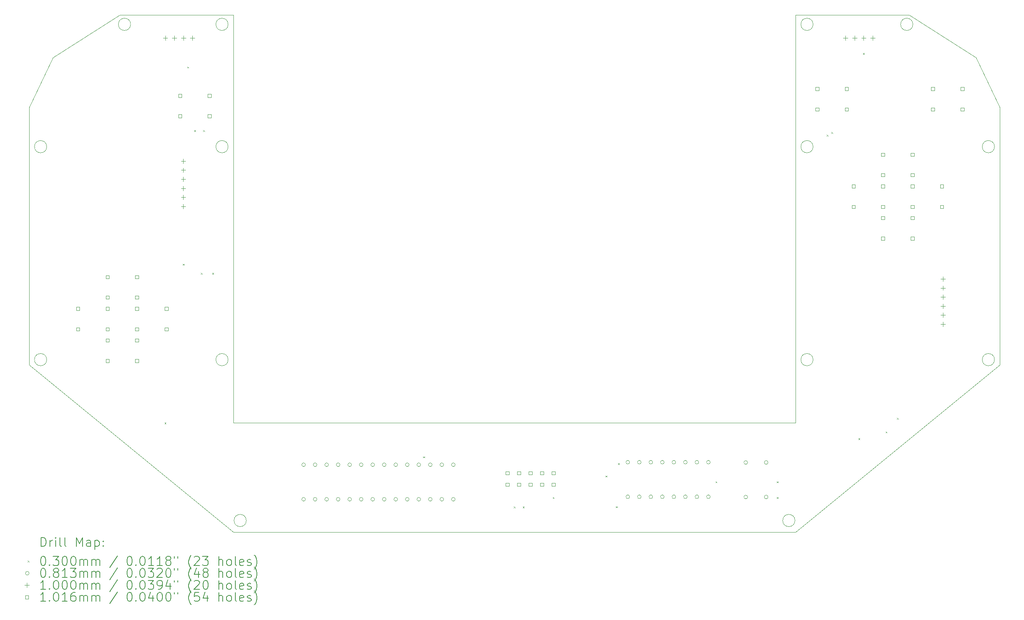
<source format=gbr>
%TF.GenerationSoftware,KiCad,Pcbnew,8.0.8*%
%TF.CreationDate,2025-02-09T13:31:13-06:00*%
%TF.ProjectId,gamepad,67616d65-7061-4642-9e6b-696361645f70,3*%
%TF.SameCoordinates,Original*%
%TF.FileFunction,Drillmap*%
%TF.FilePolarity,Positive*%
%FSLAX45Y45*%
G04 Gerber Fmt 4.5, Leading zero omitted, Abs format (unit mm)*
G04 Created by KiCad (PCBNEW 8.0.8) date 2025-02-09 13:31:13*
%MOMM*%
%LPD*%
G01*
G04 APERTURE LIST*
%ADD10C,0.050000*%
%ADD11C,0.200000*%
%ADD12C,0.100000*%
%ADD13C,0.101600*%
G04 APERTURE END LIST*
D10*
X25435000Y-7700000D02*
G75*
G02*
X25165000Y-7700000I-135000J0D01*
G01*
X25165000Y-7700000D02*
G75*
G02*
X25435000Y-7700000I135000J0D01*
G01*
X21435000Y-7700000D02*
G75*
G02*
X21165000Y-7700000I-135000J0D01*
G01*
X21165000Y-7700000D02*
G75*
G02*
X21435000Y-7700000I135000J0D01*
G01*
X8535000Y-7700000D02*
G75*
G02*
X8265000Y-7700000I-135000J0D01*
G01*
X8265000Y-7700000D02*
G75*
G02*
X8535000Y-7700000I135000J0D01*
G01*
X23635000Y-5000000D02*
G75*
G02*
X23365000Y-5000000I-135000J0D01*
G01*
X23365000Y-5000000D02*
G75*
G02*
X23635000Y-5000000I135000J0D01*
G01*
X21435000Y-5000000D02*
G75*
G02*
X21165000Y-5000000I-135000J0D01*
G01*
X21165000Y-5000000D02*
G75*
G02*
X21435000Y-5000000I135000J0D01*
G01*
X25435000Y-12400000D02*
G75*
G02*
X25165000Y-12400000I-135000J0D01*
G01*
X25165000Y-12400000D02*
G75*
G02*
X25435000Y-12400000I135000J0D01*
G01*
X21435000Y-12400000D02*
G75*
G02*
X21165000Y-12400000I-135000J0D01*
G01*
X21165000Y-12400000D02*
G75*
G02*
X21435000Y-12400000I135000J0D01*
G01*
X8535000Y-12400000D02*
G75*
G02*
X8265000Y-12400000I-135000J0D01*
G01*
X8265000Y-12400000D02*
G75*
G02*
X8535000Y-12400000I135000J0D01*
G01*
X21035000Y-15950000D02*
G75*
G02*
X20765000Y-15950000I-135000J0D01*
G01*
X20765000Y-15950000D02*
G75*
G02*
X21035000Y-15950000I135000J0D01*
G01*
X8935000Y-15950000D02*
G75*
G02*
X8665000Y-15950000I-135000J0D01*
G01*
X8665000Y-15950000D02*
G75*
G02*
X8935000Y-15950000I135000J0D01*
G01*
X4535000Y-12400000D02*
G75*
G02*
X4265000Y-12400000I-135000J0D01*
G01*
X4265000Y-12400000D02*
G75*
G02*
X4535000Y-12400000I135000J0D01*
G01*
X4535000Y-7700000D02*
G75*
G02*
X4265000Y-7700000I-135000J0D01*
G01*
X4265000Y-7700000D02*
G75*
G02*
X4535000Y-7700000I135000J0D01*
G01*
X6385000Y-5000000D02*
G75*
G02*
X6115000Y-5000000I-135000J0D01*
G01*
X6115000Y-5000000D02*
G75*
G02*
X6385000Y-5000000I135000J0D01*
G01*
X8535000Y-5000000D02*
G75*
G02*
X8265000Y-5000000I-135000J0D01*
G01*
X8265000Y-5000000D02*
G75*
G02*
X8535000Y-5000000I135000J0D01*
G01*
X4674110Y-5734360D02*
X4150110Y-6836360D01*
X8650110Y-16207360D02*
X21050110Y-16207360D01*
X4150110Y-6836360D02*
X4150110Y-12516360D01*
X8650110Y-16207360D02*
X4150110Y-12516360D01*
X8650110Y-4793360D02*
X6149110Y-4793360D01*
X6149110Y-4793360D02*
X4674110Y-5734360D01*
X21050110Y-13793360D02*
X8650110Y-13793360D01*
X25026110Y-5734360D02*
X23551110Y-4793360D01*
X25550110Y-6836360D02*
X25026110Y-5734360D01*
X8650110Y-13793360D02*
X8650110Y-4793360D01*
X25550110Y-12516360D02*
X25550110Y-6836360D01*
X23551110Y-4793360D02*
X21050110Y-4793360D01*
X21050110Y-16207360D02*
X25550110Y-12516360D01*
X21050110Y-4793360D02*
X21050110Y-13793360D01*
D11*
D12*
X7135000Y-13785000D02*
X7165000Y-13815000D01*
X7165000Y-13785000D02*
X7135000Y-13815000D01*
X7535000Y-10285000D02*
X7565000Y-10315000D01*
X7565000Y-10285000D02*
X7535000Y-10315000D01*
X7635000Y-5935000D02*
X7665000Y-5965000D01*
X7665000Y-5935000D02*
X7635000Y-5965000D01*
X7785000Y-7335000D02*
X7815000Y-7365000D01*
X7815000Y-7335000D02*
X7785000Y-7365000D01*
X7935000Y-10485000D02*
X7965000Y-10515000D01*
X7965000Y-10485000D02*
X7935000Y-10515000D01*
X7985000Y-7335000D02*
X8015000Y-7365000D01*
X8015000Y-7335000D02*
X7985000Y-7365000D01*
X8185000Y-10485000D02*
X8215000Y-10515000D01*
X8215000Y-10485000D02*
X8185000Y-10515000D01*
X12835000Y-14535000D02*
X12865000Y-14565000D01*
X12865000Y-14535000D02*
X12835000Y-14565000D01*
X14835000Y-15640240D02*
X14865000Y-15670240D01*
X14865000Y-15640240D02*
X14835000Y-15670240D01*
X15035000Y-15640240D02*
X15065000Y-15670240D01*
X15065000Y-15640240D02*
X15035000Y-15670240D01*
X15693000Y-15435000D02*
X15723000Y-15465000D01*
X15723000Y-15435000D02*
X15693000Y-15465000D01*
X16860000Y-14960000D02*
X16890000Y-14990000D01*
X16890000Y-14960000D02*
X16860000Y-14990000D01*
X17085000Y-15635000D02*
X17115000Y-15665000D01*
X17115000Y-15635000D02*
X17085000Y-15665000D01*
X17135000Y-14685000D02*
X17165000Y-14715000D01*
X17165000Y-14685000D02*
X17135000Y-14715000D01*
X19285000Y-15085000D02*
X19315000Y-15115000D01*
X19315000Y-15085000D02*
X19285000Y-15115000D01*
X20635000Y-15085000D02*
X20665000Y-15115000D01*
X20665000Y-15085000D02*
X20635000Y-15115000D01*
X20635000Y-15435000D02*
X20665000Y-15465000D01*
X20665000Y-15435000D02*
X20635000Y-15465000D01*
X21735000Y-7435000D02*
X21765000Y-7465000D01*
X21765000Y-7435000D02*
X21735000Y-7465000D01*
X21835000Y-7379760D02*
X21865000Y-7409760D01*
X21865000Y-7379760D02*
X21835000Y-7409760D01*
X22435000Y-14135000D02*
X22465000Y-14165000D01*
X22465000Y-14135000D02*
X22435000Y-14165000D01*
X22535000Y-5635000D02*
X22565000Y-5665000D01*
X22565000Y-5635000D02*
X22535000Y-5665000D01*
X23035000Y-13985000D02*
X23065000Y-14015000D01*
X23065000Y-13985000D02*
X23035000Y-14015000D01*
X23285000Y-13685000D02*
X23315000Y-13715000D01*
X23315000Y-13685000D02*
X23285000Y-13715000D01*
X10239640Y-14719000D02*
G75*
G02*
X10158360Y-14719000I-40640J0D01*
G01*
X10158360Y-14719000D02*
G75*
G02*
X10239640Y-14719000I40640J0D01*
G01*
X10239640Y-15481000D02*
G75*
G02*
X10158360Y-15481000I-40640J0D01*
G01*
X10158360Y-15481000D02*
G75*
G02*
X10239640Y-15481000I40640J0D01*
G01*
X10493640Y-14719000D02*
G75*
G02*
X10412360Y-14719000I-40640J0D01*
G01*
X10412360Y-14719000D02*
G75*
G02*
X10493640Y-14719000I40640J0D01*
G01*
X10493640Y-15481000D02*
G75*
G02*
X10412360Y-15481000I-40640J0D01*
G01*
X10412360Y-15481000D02*
G75*
G02*
X10493640Y-15481000I40640J0D01*
G01*
X10747640Y-14719000D02*
G75*
G02*
X10666360Y-14719000I-40640J0D01*
G01*
X10666360Y-14719000D02*
G75*
G02*
X10747640Y-14719000I40640J0D01*
G01*
X10747640Y-15481000D02*
G75*
G02*
X10666360Y-15481000I-40640J0D01*
G01*
X10666360Y-15481000D02*
G75*
G02*
X10747640Y-15481000I40640J0D01*
G01*
X11001640Y-14719000D02*
G75*
G02*
X10920360Y-14719000I-40640J0D01*
G01*
X10920360Y-14719000D02*
G75*
G02*
X11001640Y-14719000I40640J0D01*
G01*
X11001640Y-15481000D02*
G75*
G02*
X10920360Y-15481000I-40640J0D01*
G01*
X10920360Y-15481000D02*
G75*
G02*
X11001640Y-15481000I40640J0D01*
G01*
X11255640Y-14719000D02*
G75*
G02*
X11174360Y-14719000I-40640J0D01*
G01*
X11174360Y-14719000D02*
G75*
G02*
X11255640Y-14719000I40640J0D01*
G01*
X11255640Y-15481000D02*
G75*
G02*
X11174360Y-15481000I-40640J0D01*
G01*
X11174360Y-15481000D02*
G75*
G02*
X11255640Y-15481000I40640J0D01*
G01*
X11509640Y-14719000D02*
G75*
G02*
X11428360Y-14719000I-40640J0D01*
G01*
X11428360Y-14719000D02*
G75*
G02*
X11509640Y-14719000I40640J0D01*
G01*
X11509640Y-15481000D02*
G75*
G02*
X11428360Y-15481000I-40640J0D01*
G01*
X11428360Y-15481000D02*
G75*
G02*
X11509640Y-15481000I40640J0D01*
G01*
X11763640Y-14719000D02*
G75*
G02*
X11682360Y-14719000I-40640J0D01*
G01*
X11682360Y-14719000D02*
G75*
G02*
X11763640Y-14719000I40640J0D01*
G01*
X11763640Y-15481000D02*
G75*
G02*
X11682360Y-15481000I-40640J0D01*
G01*
X11682360Y-15481000D02*
G75*
G02*
X11763640Y-15481000I40640J0D01*
G01*
X12017640Y-14719000D02*
G75*
G02*
X11936360Y-14719000I-40640J0D01*
G01*
X11936360Y-14719000D02*
G75*
G02*
X12017640Y-14719000I40640J0D01*
G01*
X12017640Y-15481000D02*
G75*
G02*
X11936360Y-15481000I-40640J0D01*
G01*
X11936360Y-15481000D02*
G75*
G02*
X12017640Y-15481000I40640J0D01*
G01*
X12271640Y-14719000D02*
G75*
G02*
X12190360Y-14719000I-40640J0D01*
G01*
X12190360Y-14719000D02*
G75*
G02*
X12271640Y-14719000I40640J0D01*
G01*
X12271640Y-15481000D02*
G75*
G02*
X12190360Y-15481000I-40640J0D01*
G01*
X12190360Y-15481000D02*
G75*
G02*
X12271640Y-15481000I40640J0D01*
G01*
X12525640Y-14719000D02*
G75*
G02*
X12444360Y-14719000I-40640J0D01*
G01*
X12444360Y-14719000D02*
G75*
G02*
X12525640Y-14719000I40640J0D01*
G01*
X12525640Y-15481000D02*
G75*
G02*
X12444360Y-15481000I-40640J0D01*
G01*
X12444360Y-15481000D02*
G75*
G02*
X12525640Y-15481000I40640J0D01*
G01*
X12779640Y-14719000D02*
G75*
G02*
X12698360Y-14719000I-40640J0D01*
G01*
X12698360Y-14719000D02*
G75*
G02*
X12779640Y-14719000I40640J0D01*
G01*
X12779640Y-15481000D02*
G75*
G02*
X12698360Y-15481000I-40640J0D01*
G01*
X12698360Y-15481000D02*
G75*
G02*
X12779640Y-15481000I40640J0D01*
G01*
X13033640Y-14719000D02*
G75*
G02*
X12952360Y-14719000I-40640J0D01*
G01*
X12952360Y-14719000D02*
G75*
G02*
X13033640Y-14719000I40640J0D01*
G01*
X13033640Y-15481000D02*
G75*
G02*
X12952360Y-15481000I-40640J0D01*
G01*
X12952360Y-15481000D02*
G75*
G02*
X13033640Y-15481000I40640J0D01*
G01*
X13287640Y-14719000D02*
G75*
G02*
X13206360Y-14719000I-40640J0D01*
G01*
X13206360Y-14719000D02*
G75*
G02*
X13287640Y-14719000I40640J0D01*
G01*
X13287640Y-15481000D02*
G75*
G02*
X13206360Y-15481000I-40640J0D01*
G01*
X13206360Y-15481000D02*
G75*
G02*
X13287640Y-15481000I40640J0D01*
G01*
X13541640Y-14719000D02*
G75*
G02*
X13460360Y-14719000I-40640J0D01*
G01*
X13460360Y-14719000D02*
G75*
G02*
X13541640Y-14719000I40640J0D01*
G01*
X13541640Y-15481000D02*
G75*
G02*
X13460360Y-15481000I-40640J0D01*
G01*
X13460360Y-15481000D02*
G75*
G02*
X13541640Y-15481000I40640J0D01*
G01*
X17388750Y-14662360D02*
G75*
G02*
X17307470Y-14662360I-40640J0D01*
G01*
X17307470Y-14662360D02*
G75*
G02*
X17388750Y-14662360I40640J0D01*
G01*
X17388750Y-15424360D02*
G75*
G02*
X17307470Y-15424360I-40640J0D01*
G01*
X17307470Y-15424360D02*
G75*
G02*
X17388750Y-15424360I40640J0D01*
G01*
X17642750Y-14662360D02*
G75*
G02*
X17561470Y-14662360I-40640J0D01*
G01*
X17561470Y-14662360D02*
G75*
G02*
X17642750Y-14662360I40640J0D01*
G01*
X17642750Y-15424360D02*
G75*
G02*
X17561470Y-15424360I-40640J0D01*
G01*
X17561470Y-15424360D02*
G75*
G02*
X17642750Y-15424360I40640J0D01*
G01*
X17896750Y-14662360D02*
G75*
G02*
X17815470Y-14662360I-40640J0D01*
G01*
X17815470Y-14662360D02*
G75*
G02*
X17896750Y-14662360I40640J0D01*
G01*
X17896750Y-15424360D02*
G75*
G02*
X17815470Y-15424360I-40640J0D01*
G01*
X17815470Y-15424360D02*
G75*
G02*
X17896750Y-15424360I40640J0D01*
G01*
X18150750Y-14662360D02*
G75*
G02*
X18069470Y-14662360I-40640J0D01*
G01*
X18069470Y-14662360D02*
G75*
G02*
X18150750Y-14662360I40640J0D01*
G01*
X18150750Y-15424360D02*
G75*
G02*
X18069470Y-15424360I-40640J0D01*
G01*
X18069470Y-15424360D02*
G75*
G02*
X18150750Y-15424360I40640J0D01*
G01*
X18404750Y-14662360D02*
G75*
G02*
X18323470Y-14662360I-40640J0D01*
G01*
X18323470Y-14662360D02*
G75*
G02*
X18404750Y-14662360I40640J0D01*
G01*
X18404750Y-15424360D02*
G75*
G02*
X18323470Y-15424360I-40640J0D01*
G01*
X18323470Y-15424360D02*
G75*
G02*
X18404750Y-15424360I40640J0D01*
G01*
X18658750Y-14662360D02*
G75*
G02*
X18577470Y-14662360I-40640J0D01*
G01*
X18577470Y-14662360D02*
G75*
G02*
X18658750Y-14662360I40640J0D01*
G01*
X18658750Y-15424360D02*
G75*
G02*
X18577470Y-15424360I-40640J0D01*
G01*
X18577470Y-15424360D02*
G75*
G02*
X18658750Y-15424360I40640J0D01*
G01*
X18912750Y-14662360D02*
G75*
G02*
X18831470Y-14662360I-40640J0D01*
G01*
X18831470Y-14662360D02*
G75*
G02*
X18912750Y-14662360I40640J0D01*
G01*
X18912750Y-15424360D02*
G75*
G02*
X18831470Y-15424360I-40640J0D01*
G01*
X18831470Y-15424360D02*
G75*
G02*
X18912750Y-15424360I40640J0D01*
G01*
X19166750Y-14662360D02*
G75*
G02*
X19085470Y-14662360I-40640J0D01*
G01*
X19085470Y-14662360D02*
G75*
G02*
X19166750Y-14662360I40640J0D01*
G01*
X19166750Y-15424360D02*
G75*
G02*
X19085470Y-15424360I-40640J0D01*
G01*
X19085470Y-15424360D02*
G75*
G02*
X19166750Y-15424360I40640J0D01*
G01*
X19990640Y-14669000D02*
G75*
G02*
X19909360Y-14669000I-40640J0D01*
G01*
X19909360Y-14669000D02*
G75*
G02*
X19990640Y-14669000I40640J0D01*
G01*
X19990640Y-15431000D02*
G75*
G02*
X19909360Y-15431000I-40640J0D01*
G01*
X19909360Y-15431000D02*
G75*
G02*
X19990640Y-15431000I40640J0D01*
G01*
X20440640Y-14669000D02*
G75*
G02*
X20359360Y-14669000I-40640J0D01*
G01*
X20359360Y-14669000D02*
G75*
G02*
X20440640Y-14669000I40640J0D01*
G01*
X20440640Y-15431000D02*
G75*
G02*
X20359360Y-15431000I-40640J0D01*
G01*
X20359360Y-15431000D02*
G75*
G02*
X20440640Y-15431000I40640J0D01*
G01*
X7150000Y-5250000D02*
X7150000Y-5350000D01*
X7100000Y-5300000D02*
X7200000Y-5300000D01*
X7350000Y-5250000D02*
X7350000Y-5350000D01*
X7300000Y-5300000D02*
X7400000Y-5300000D01*
X7547500Y-7967500D02*
X7547500Y-8067500D01*
X7497500Y-8017500D02*
X7597500Y-8017500D01*
X7547500Y-8167500D02*
X7547500Y-8267500D01*
X7497500Y-8217500D02*
X7597500Y-8217500D01*
X7547500Y-8367500D02*
X7547500Y-8467500D01*
X7497500Y-8417500D02*
X7597500Y-8417500D01*
X7547500Y-8567500D02*
X7547500Y-8667500D01*
X7497500Y-8617500D02*
X7597500Y-8617500D01*
X7547500Y-8767500D02*
X7547500Y-8867500D01*
X7497500Y-8817500D02*
X7597500Y-8817500D01*
X7547500Y-8967500D02*
X7547500Y-9067500D01*
X7497500Y-9017500D02*
X7597500Y-9017500D01*
X7550000Y-5250000D02*
X7550000Y-5350000D01*
X7500000Y-5300000D02*
X7600000Y-5300000D01*
X7750000Y-5250000D02*
X7750000Y-5350000D01*
X7700000Y-5300000D02*
X7800000Y-5300000D01*
X22150000Y-5250000D02*
X22150000Y-5350000D01*
X22100000Y-5300000D02*
X22200000Y-5300000D01*
X22350000Y-5250000D02*
X22350000Y-5350000D01*
X22300000Y-5300000D02*
X22400000Y-5300000D01*
X22550000Y-5250000D02*
X22550000Y-5350000D01*
X22500000Y-5300000D02*
X22600000Y-5300000D01*
X22750000Y-5250000D02*
X22750000Y-5350000D01*
X22700000Y-5300000D02*
X22800000Y-5300000D01*
X24297500Y-10567500D02*
X24297500Y-10667500D01*
X24247500Y-10617500D02*
X24347500Y-10617500D01*
X24297500Y-10767500D02*
X24297500Y-10867500D01*
X24247500Y-10817500D02*
X24347500Y-10817500D01*
X24297500Y-10967500D02*
X24297500Y-11067500D01*
X24247500Y-11017500D02*
X24347500Y-11017500D01*
X24297500Y-11167500D02*
X24297500Y-11267500D01*
X24247500Y-11217500D02*
X24347500Y-11217500D01*
X24297500Y-11367500D02*
X24297500Y-11467500D01*
X24247500Y-11417500D02*
X24347500Y-11417500D01*
X24297500Y-11567500D02*
X24297500Y-11667500D01*
X24247500Y-11617500D02*
X24347500Y-11617500D01*
D13*
X5260801Y-11309861D02*
X5260801Y-11238019D01*
X5188959Y-11238019D01*
X5188959Y-11309861D01*
X5260801Y-11309861D01*
X5260801Y-11761981D02*
X5260801Y-11690139D01*
X5188959Y-11690139D01*
X5188959Y-11761981D01*
X5260801Y-11761981D01*
X5910801Y-10609861D02*
X5910801Y-10538019D01*
X5838959Y-10538019D01*
X5838959Y-10609861D01*
X5910801Y-10609861D01*
X5910801Y-11061981D02*
X5910801Y-10990139D01*
X5838959Y-10990139D01*
X5838959Y-11061981D01*
X5910801Y-11061981D01*
X5910801Y-12009861D02*
X5910801Y-11938019D01*
X5838959Y-11938019D01*
X5838959Y-12009861D01*
X5910801Y-12009861D01*
X5910801Y-12461981D02*
X5910801Y-12390139D01*
X5838959Y-12390139D01*
X5838959Y-12461981D01*
X5910801Y-12461981D01*
X5911041Y-11309861D02*
X5911041Y-11238019D01*
X5839199Y-11238019D01*
X5839199Y-11309861D01*
X5911041Y-11309861D01*
X5911041Y-11761981D02*
X5911041Y-11690139D01*
X5839199Y-11690139D01*
X5839199Y-11761981D01*
X5911041Y-11761981D01*
X6560801Y-11309861D02*
X6560801Y-11238019D01*
X6488959Y-11238019D01*
X6488959Y-11309861D01*
X6560801Y-11309861D01*
X6560801Y-11761981D02*
X6560801Y-11690139D01*
X6488959Y-11690139D01*
X6488959Y-11761981D01*
X6560801Y-11761981D01*
X6561041Y-10609861D02*
X6561041Y-10538019D01*
X6489199Y-10538019D01*
X6489199Y-10609861D01*
X6561041Y-10609861D01*
X6561041Y-11061981D02*
X6561041Y-10990139D01*
X6489199Y-10990139D01*
X6489199Y-11061981D01*
X6561041Y-11061981D01*
X6561041Y-12009861D02*
X6561041Y-11938019D01*
X6489199Y-11938019D01*
X6489199Y-12009861D01*
X6561041Y-12009861D01*
X6561041Y-12461981D02*
X6561041Y-12390139D01*
X6489199Y-12390139D01*
X6489199Y-12461981D01*
X6561041Y-12461981D01*
X7211041Y-11309861D02*
X7211041Y-11238019D01*
X7139199Y-11238019D01*
X7139199Y-11309861D01*
X7211041Y-11309861D01*
X7211041Y-11761981D02*
X7211041Y-11690139D01*
X7139199Y-11690139D01*
X7139199Y-11761981D01*
X7211041Y-11761981D01*
X7510801Y-6609861D02*
X7510801Y-6538019D01*
X7438959Y-6538019D01*
X7438959Y-6609861D01*
X7510801Y-6609861D01*
X7510801Y-7061981D02*
X7510801Y-6990139D01*
X7438959Y-6990139D01*
X7438959Y-7061981D01*
X7510801Y-7061981D01*
X8161041Y-6609861D02*
X8161041Y-6538019D01*
X8089199Y-6538019D01*
X8089199Y-6609861D01*
X8161041Y-6609861D01*
X8161041Y-7061981D02*
X8161041Y-6990139D01*
X8089199Y-6990139D01*
X8089199Y-7061981D01*
X8161041Y-7061981D01*
X14727921Y-14938601D02*
X14727921Y-14866759D01*
X14656079Y-14866759D01*
X14656079Y-14938601D01*
X14727921Y-14938601D01*
X14727921Y-15192601D02*
X14727921Y-15120759D01*
X14656079Y-15120759D01*
X14656079Y-15192601D01*
X14727921Y-15192601D01*
X14981921Y-14938601D02*
X14981921Y-14866759D01*
X14910079Y-14866759D01*
X14910079Y-14938601D01*
X14981921Y-14938601D01*
X14981921Y-15192601D02*
X14981921Y-15120759D01*
X14910079Y-15120759D01*
X14910079Y-15192601D01*
X14981921Y-15192601D01*
X15235921Y-14938601D02*
X15235921Y-14866759D01*
X15164079Y-14866759D01*
X15164079Y-14938601D01*
X15235921Y-14938601D01*
X15235921Y-15192601D02*
X15235921Y-15120759D01*
X15164079Y-15120759D01*
X15164079Y-15192601D01*
X15235921Y-15192601D01*
X15489921Y-14938601D02*
X15489921Y-14866759D01*
X15418079Y-14866759D01*
X15418079Y-14938601D01*
X15489921Y-14938601D01*
X15489921Y-15192601D02*
X15489921Y-15120759D01*
X15418079Y-15120759D01*
X15418079Y-15192601D01*
X15489921Y-15192601D01*
X15743921Y-14938601D02*
X15743921Y-14866759D01*
X15672079Y-14866759D01*
X15672079Y-14938601D01*
X15743921Y-14938601D01*
X15743921Y-15192601D02*
X15743921Y-15120759D01*
X15672079Y-15120759D01*
X15672079Y-15192601D01*
X15743921Y-15192601D01*
X21560801Y-6459861D02*
X21560801Y-6388019D01*
X21488959Y-6388019D01*
X21488959Y-6459861D01*
X21560801Y-6459861D01*
X21560801Y-6911981D02*
X21560801Y-6840139D01*
X21488959Y-6840139D01*
X21488959Y-6911981D01*
X21560801Y-6911981D01*
X22211041Y-6459861D02*
X22211041Y-6388019D01*
X22139199Y-6388019D01*
X22139199Y-6459861D01*
X22211041Y-6459861D01*
X22211041Y-6911981D02*
X22211041Y-6840139D01*
X22139199Y-6840139D01*
X22139199Y-6911981D01*
X22211041Y-6911981D01*
X22360801Y-8609861D02*
X22360801Y-8538019D01*
X22288959Y-8538019D01*
X22288959Y-8609861D01*
X22360801Y-8609861D01*
X22360801Y-9061981D02*
X22360801Y-8990139D01*
X22288959Y-8990139D01*
X22288959Y-9061981D01*
X22360801Y-9061981D01*
X23010801Y-7909861D02*
X23010801Y-7838019D01*
X22938959Y-7838019D01*
X22938959Y-7909861D01*
X23010801Y-7909861D01*
X23010801Y-8361981D02*
X23010801Y-8290139D01*
X22938959Y-8290139D01*
X22938959Y-8361981D01*
X23010801Y-8361981D01*
X23010801Y-9309861D02*
X23010801Y-9238019D01*
X22938959Y-9238019D01*
X22938959Y-9309861D01*
X23010801Y-9309861D01*
X23010801Y-9761981D02*
X23010801Y-9690139D01*
X22938959Y-9690139D01*
X22938959Y-9761981D01*
X23010801Y-9761981D01*
X23011041Y-8609861D02*
X23011041Y-8538019D01*
X22939199Y-8538019D01*
X22939199Y-8609861D01*
X23011041Y-8609861D01*
X23011041Y-9061981D02*
X23011041Y-8990139D01*
X22939199Y-8990139D01*
X22939199Y-9061981D01*
X23011041Y-9061981D01*
X23660801Y-8609861D02*
X23660801Y-8538019D01*
X23588959Y-8538019D01*
X23588959Y-8609861D01*
X23660801Y-8609861D01*
X23660801Y-9061981D02*
X23660801Y-8990139D01*
X23588959Y-8990139D01*
X23588959Y-9061981D01*
X23660801Y-9061981D01*
X23661041Y-7909861D02*
X23661041Y-7838019D01*
X23589199Y-7838019D01*
X23589199Y-7909861D01*
X23661041Y-7909861D01*
X23661041Y-8361981D02*
X23661041Y-8290139D01*
X23589199Y-8290139D01*
X23589199Y-8361981D01*
X23661041Y-8361981D01*
X23661041Y-9309861D02*
X23661041Y-9238019D01*
X23589199Y-9238019D01*
X23589199Y-9309861D01*
X23661041Y-9309861D01*
X23661041Y-9761981D02*
X23661041Y-9690139D01*
X23589199Y-9690139D01*
X23589199Y-9761981D01*
X23661041Y-9761981D01*
X24110801Y-6459861D02*
X24110801Y-6388019D01*
X24038959Y-6388019D01*
X24038959Y-6459861D01*
X24110801Y-6459861D01*
X24110801Y-6911981D02*
X24110801Y-6840139D01*
X24038959Y-6840139D01*
X24038959Y-6911981D01*
X24110801Y-6911981D01*
X24311041Y-8609861D02*
X24311041Y-8538019D01*
X24239199Y-8538019D01*
X24239199Y-8609861D01*
X24311041Y-8609861D01*
X24311041Y-9061981D02*
X24311041Y-8990139D01*
X24239199Y-8990139D01*
X24239199Y-9061981D01*
X24311041Y-9061981D01*
X24761041Y-6459861D02*
X24761041Y-6388019D01*
X24689199Y-6388019D01*
X24689199Y-6459861D01*
X24761041Y-6459861D01*
X24761041Y-6911981D02*
X24761041Y-6840139D01*
X24689199Y-6840139D01*
X24689199Y-6911981D01*
X24761041Y-6911981D01*
D11*
X4408387Y-16521344D02*
X4408387Y-16321344D01*
X4408387Y-16321344D02*
X4456006Y-16321344D01*
X4456006Y-16321344D02*
X4484577Y-16330868D01*
X4484577Y-16330868D02*
X4503625Y-16349915D01*
X4503625Y-16349915D02*
X4513149Y-16368963D01*
X4513149Y-16368963D02*
X4522673Y-16407058D01*
X4522673Y-16407058D02*
X4522673Y-16435629D01*
X4522673Y-16435629D02*
X4513149Y-16473725D01*
X4513149Y-16473725D02*
X4503625Y-16492772D01*
X4503625Y-16492772D02*
X4484577Y-16511820D01*
X4484577Y-16511820D02*
X4456006Y-16521344D01*
X4456006Y-16521344D02*
X4408387Y-16521344D01*
X4608387Y-16521344D02*
X4608387Y-16388010D01*
X4608387Y-16426106D02*
X4617911Y-16407058D01*
X4617911Y-16407058D02*
X4627434Y-16397534D01*
X4627434Y-16397534D02*
X4646482Y-16388010D01*
X4646482Y-16388010D02*
X4665530Y-16388010D01*
X4732196Y-16521344D02*
X4732196Y-16388010D01*
X4732196Y-16321344D02*
X4722673Y-16330868D01*
X4722673Y-16330868D02*
X4732196Y-16340391D01*
X4732196Y-16340391D02*
X4741720Y-16330868D01*
X4741720Y-16330868D02*
X4732196Y-16321344D01*
X4732196Y-16321344D02*
X4732196Y-16340391D01*
X4856006Y-16521344D02*
X4836958Y-16511820D01*
X4836958Y-16511820D02*
X4827434Y-16492772D01*
X4827434Y-16492772D02*
X4827434Y-16321344D01*
X4960768Y-16521344D02*
X4941720Y-16511820D01*
X4941720Y-16511820D02*
X4932196Y-16492772D01*
X4932196Y-16492772D02*
X4932196Y-16321344D01*
X5189339Y-16521344D02*
X5189339Y-16321344D01*
X5189339Y-16321344D02*
X5256006Y-16464201D01*
X5256006Y-16464201D02*
X5322673Y-16321344D01*
X5322673Y-16321344D02*
X5322673Y-16521344D01*
X5503625Y-16521344D02*
X5503625Y-16416582D01*
X5503625Y-16416582D02*
X5494101Y-16397534D01*
X5494101Y-16397534D02*
X5475054Y-16388010D01*
X5475054Y-16388010D02*
X5436958Y-16388010D01*
X5436958Y-16388010D02*
X5417911Y-16397534D01*
X5503625Y-16511820D02*
X5484577Y-16521344D01*
X5484577Y-16521344D02*
X5436958Y-16521344D01*
X5436958Y-16521344D02*
X5417911Y-16511820D01*
X5417911Y-16511820D02*
X5408387Y-16492772D01*
X5408387Y-16492772D02*
X5408387Y-16473725D01*
X5408387Y-16473725D02*
X5417911Y-16454677D01*
X5417911Y-16454677D02*
X5436958Y-16445153D01*
X5436958Y-16445153D02*
X5484577Y-16445153D01*
X5484577Y-16445153D02*
X5503625Y-16435629D01*
X5598863Y-16388010D02*
X5598863Y-16588010D01*
X5598863Y-16397534D02*
X5617911Y-16388010D01*
X5617911Y-16388010D02*
X5656006Y-16388010D01*
X5656006Y-16388010D02*
X5675053Y-16397534D01*
X5675053Y-16397534D02*
X5684577Y-16407058D01*
X5684577Y-16407058D02*
X5694101Y-16426106D01*
X5694101Y-16426106D02*
X5694101Y-16483248D01*
X5694101Y-16483248D02*
X5684577Y-16502296D01*
X5684577Y-16502296D02*
X5675053Y-16511820D01*
X5675053Y-16511820D02*
X5656006Y-16521344D01*
X5656006Y-16521344D02*
X5617911Y-16521344D01*
X5617911Y-16521344D02*
X5598863Y-16511820D01*
X5779815Y-16502296D02*
X5789339Y-16511820D01*
X5789339Y-16511820D02*
X5779815Y-16521344D01*
X5779815Y-16521344D02*
X5770292Y-16511820D01*
X5770292Y-16511820D02*
X5779815Y-16502296D01*
X5779815Y-16502296D02*
X5779815Y-16521344D01*
X5779815Y-16397534D02*
X5789339Y-16407058D01*
X5789339Y-16407058D02*
X5779815Y-16416582D01*
X5779815Y-16416582D02*
X5770292Y-16407058D01*
X5770292Y-16407058D02*
X5779815Y-16397534D01*
X5779815Y-16397534D02*
X5779815Y-16416582D01*
D12*
X4117610Y-16834860D02*
X4147610Y-16864860D01*
X4147610Y-16834860D02*
X4117610Y-16864860D01*
D11*
X4446482Y-16741344D02*
X4465530Y-16741344D01*
X4465530Y-16741344D02*
X4484577Y-16750868D01*
X4484577Y-16750868D02*
X4494101Y-16760391D01*
X4494101Y-16760391D02*
X4503625Y-16779439D01*
X4503625Y-16779439D02*
X4513149Y-16817534D01*
X4513149Y-16817534D02*
X4513149Y-16865153D01*
X4513149Y-16865153D02*
X4503625Y-16903249D01*
X4503625Y-16903249D02*
X4494101Y-16922296D01*
X4494101Y-16922296D02*
X4484577Y-16931820D01*
X4484577Y-16931820D02*
X4465530Y-16941344D01*
X4465530Y-16941344D02*
X4446482Y-16941344D01*
X4446482Y-16941344D02*
X4427434Y-16931820D01*
X4427434Y-16931820D02*
X4417911Y-16922296D01*
X4417911Y-16922296D02*
X4408387Y-16903249D01*
X4408387Y-16903249D02*
X4398863Y-16865153D01*
X4398863Y-16865153D02*
X4398863Y-16817534D01*
X4398863Y-16817534D02*
X4408387Y-16779439D01*
X4408387Y-16779439D02*
X4417911Y-16760391D01*
X4417911Y-16760391D02*
X4427434Y-16750868D01*
X4427434Y-16750868D02*
X4446482Y-16741344D01*
X4598863Y-16922296D02*
X4608387Y-16931820D01*
X4608387Y-16931820D02*
X4598863Y-16941344D01*
X4598863Y-16941344D02*
X4589339Y-16931820D01*
X4589339Y-16931820D02*
X4598863Y-16922296D01*
X4598863Y-16922296D02*
X4598863Y-16941344D01*
X4675054Y-16741344D02*
X4798863Y-16741344D01*
X4798863Y-16741344D02*
X4732196Y-16817534D01*
X4732196Y-16817534D02*
X4760768Y-16817534D01*
X4760768Y-16817534D02*
X4779815Y-16827058D01*
X4779815Y-16827058D02*
X4789339Y-16836582D01*
X4789339Y-16836582D02*
X4798863Y-16855630D01*
X4798863Y-16855630D02*
X4798863Y-16903249D01*
X4798863Y-16903249D02*
X4789339Y-16922296D01*
X4789339Y-16922296D02*
X4779815Y-16931820D01*
X4779815Y-16931820D02*
X4760768Y-16941344D01*
X4760768Y-16941344D02*
X4703625Y-16941344D01*
X4703625Y-16941344D02*
X4684577Y-16931820D01*
X4684577Y-16931820D02*
X4675054Y-16922296D01*
X4922673Y-16741344D02*
X4941720Y-16741344D01*
X4941720Y-16741344D02*
X4960768Y-16750868D01*
X4960768Y-16750868D02*
X4970292Y-16760391D01*
X4970292Y-16760391D02*
X4979815Y-16779439D01*
X4979815Y-16779439D02*
X4989339Y-16817534D01*
X4989339Y-16817534D02*
X4989339Y-16865153D01*
X4989339Y-16865153D02*
X4979815Y-16903249D01*
X4979815Y-16903249D02*
X4970292Y-16922296D01*
X4970292Y-16922296D02*
X4960768Y-16931820D01*
X4960768Y-16931820D02*
X4941720Y-16941344D01*
X4941720Y-16941344D02*
X4922673Y-16941344D01*
X4922673Y-16941344D02*
X4903625Y-16931820D01*
X4903625Y-16931820D02*
X4894101Y-16922296D01*
X4894101Y-16922296D02*
X4884577Y-16903249D01*
X4884577Y-16903249D02*
X4875054Y-16865153D01*
X4875054Y-16865153D02*
X4875054Y-16817534D01*
X4875054Y-16817534D02*
X4884577Y-16779439D01*
X4884577Y-16779439D02*
X4894101Y-16760391D01*
X4894101Y-16760391D02*
X4903625Y-16750868D01*
X4903625Y-16750868D02*
X4922673Y-16741344D01*
X5113149Y-16741344D02*
X5132196Y-16741344D01*
X5132196Y-16741344D02*
X5151244Y-16750868D01*
X5151244Y-16750868D02*
X5160768Y-16760391D01*
X5160768Y-16760391D02*
X5170292Y-16779439D01*
X5170292Y-16779439D02*
X5179815Y-16817534D01*
X5179815Y-16817534D02*
X5179815Y-16865153D01*
X5179815Y-16865153D02*
X5170292Y-16903249D01*
X5170292Y-16903249D02*
X5160768Y-16922296D01*
X5160768Y-16922296D02*
X5151244Y-16931820D01*
X5151244Y-16931820D02*
X5132196Y-16941344D01*
X5132196Y-16941344D02*
X5113149Y-16941344D01*
X5113149Y-16941344D02*
X5094101Y-16931820D01*
X5094101Y-16931820D02*
X5084577Y-16922296D01*
X5084577Y-16922296D02*
X5075054Y-16903249D01*
X5075054Y-16903249D02*
X5065530Y-16865153D01*
X5065530Y-16865153D02*
X5065530Y-16817534D01*
X5065530Y-16817534D02*
X5075054Y-16779439D01*
X5075054Y-16779439D02*
X5084577Y-16760391D01*
X5084577Y-16760391D02*
X5094101Y-16750868D01*
X5094101Y-16750868D02*
X5113149Y-16741344D01*
X5265530Y-16941344D02*
X5265530Y-16808010D01*
X5265530Y-16827058D02*
X5275054Y-16817534D01*
X5275054Y-16817534D02*
X5294101Y-16808010D01*
X5294101Y-16808010D02*
X5322673Y-16808010D01*
X5322673Y-16808010D02*
X5341720Y-16817534D01*
X5341720Y-16817534D02*
X5351244Y-16836582D01*
X5351244Y-16836582D02*
X5351244Y-16941344D01*
X5351244Y-16836582D02*
X5360768Y-16817534D01*
X5360768Y-16817534D02*
X5379815Y-16808010D01*
X5379815Y-16808010D02*
X5408387Y-16808010D01*
X5408387Y-16808010D02*
X5427435Y-16817534D01*
X5427435Y-16817534D02*
X5436958Y-16836582D01*
X5436958Y-16836582D02*
X5436958Y-16941344D01*
X5532196Y-16941344D02*
X5532196Y-16808010D01*
X5532196Y-16827058D02*
X5541720Y-16817534D01*
X5541720Y-16817534D02*
X5560768Y-16808010D01*
X5560768Y-16808010D02*
X5589339Y-16808010D01*
X5589339Y-16808010D02*
X5608387Y-16817534D01*
X5608387Y-16817534D02*
X5617911Y-16836582D01*
X5617911Y-16836582D02*
X5617911Y-16941344D01*
X5617911Y-16836582D02*
X5627434Y-16817534D01*
X5627434Y-16817534D02*
X5646482Y-16808010D01*
X5646482Y-16808010D02*
X5675053Y-16808010D01*
X5675053Y-16808010D02*
X5694101Y-16817534D01*
X5694101Y-16817534D02*
X5703625Y-16836582D01*
X5703625Y-16836582D02*
X5703625Y-16941344D01*
X6094101Y-16731820D02*
X5922673Y-16988963D01*
X6351244Y-16741344D02*
X6370292Y-16741344D01*
X6370292Y-16741344D02*
X6389339Y-16750868D01*
X6389339Y-16750868D02*
X6398863Y-16760391D01*
X6398863Y-16760391D02*
X6408387Y-16779439D01*
X6408387Y-16779439D02*
X6417911Y-16817534D01*
X6417911Y-16817534D02*
X6417911Y-16865153D01*
X6417911Y-16865153D02*
X6408387Y-16903249D01*
X6408387Y-16903249D02*
X6398863Y-16922296D01*
X6398863Y-16922296D02*
X6389339Y-16931820D01*
X6389339Y-16931820D02*
X6370292Y-16941344D01*
X6370292Y-16941344D02*
X6351244Y-16941344D01*
X6351244Y-16941344D02*
X6332196Y-16931820D01*
X6332196Y-16931820D02*
X6322673Y-16922296D01*
X6322673Y-16922296D02*
X6313149Y-16903249D01*
X6313149Y-16903249D02*
X6303625Y-16865153D01*
X6303625Y-16865153D02*
X6303625Y-16817534D01*
X6303625Y-16817534D02*
X6313149Y-16779439D01*
X6313149Y-16779439D02*
X6322673Y-16760391D01*
X6322673Y-16760391D02*
X6332196Y-16750868D01*
X6332196Y-16750868D02*
X6351244Y-16741344D01*
X6503625Y-16922296D02*
X6513149Y-16931820D01*
X6513149Y-16931820D02*
X6503625Y-16941344D01*
X6503625Y-16941344D02*
X6494101Y-16931820D01*
X6494101Y-16931820D02*
X6503625Y-16922296D01*
X6503625Y-16922296D02*
X6503625Y-16941344D01*
X6636958Y-16741344D02*
X6656006Y-16741344D01*
X6656006Y-16741344D02*
X6675054Y-16750868D01*
X6675054Y-16750868D02*
X6684577Y-16760391D01*
X6684577Y-16760391D02*
X6694101Y-16779439D01*
X6694101Y-16779439D02*
X6703625Y-16817534D01*
X6703625Y-16817534D02*
X6703625Y-16865153D01*
X6703625Y-16865153D02*
X6694101Y-16903249D01*
X6694101Y-16903249D02*
X6684577Y-16922296D01*
X6684577Y-16922296D02*
X6675054Y-16931820D01*
X6675054Y-16931820D02*
X6656006Y-16941344D01*
X6656006Y-16941344D02*
X6636958Y-16941344D01*
X6636958Y-16941344D02*
X6617911Y-16931820D01*
X6617911Y-16931820D02*
X6608387Y-16922296D01*
X6608387Y-16922296D02*
X6598863Y-16903249D01*
X6598863Y-16903249D02*
X6589339Y-16865153D01*
X6589339Y-16865153D02*
X6589339Y-16817534D01*
X6589339Y-16817534D02*
X6598863Y-16779439D01*
X6598863Y-16779439D02*
X6608387Y-16760391D01*
X6608387Y-16760391D02*
X6617911Y-16750868D01*
X6617911Y-16750868D02*
X6636958Y-16741344D01*
X6894101Y-16941344D02*
X6779816Y-16941344D01*
X6836958Y-16941344D02*
X6836958Y-16741344D01*
X6836958Y-16741344D02*
X6817911Y-16769915D01*
X6817911Y-16769915D02*
X6798863Y-16788963D01*
X6798863Y-16788963D02*
X6779816Y-16798487D01*
X7084577Y-16941344D02*
X6970292Y-16941344D01*
X7027435Y-16941344D02*
X7027435Y-16741344D01*
X7027435Y-16741344D02*
X7008387Y-16769915D01*
X7008387Y-16769915D02*
X6989339Y-16788963D01*
X6989339Y-16788963D02*
X6970292Y-16798487D01*
X7198863Y-16827058D02*
X7179816Y-16817534D01*
X7179816Y-16817534D02*
X7170292Y-16808010D01*
X7170292Y-16808010D02*
X7160768Y-16788963D01*
X7160768Y-16788963D02*
X7160768Y-16779439D01*
X7160768Y-16779439D02*
X7170292Y-16760391D01*
X7170292Y-16760391D02*
X7179816Y-16750868D01*
X7179816Y-16750868D02*
X7198863Y-16741344D01*
X7198863Y-16741344D02*
X7236958Y-16741344D01*
X7236958Y-16741344D02*
X7256006Y-16750868D01*
X7256006Y-16750868D02*
X7265530Y-16760391D01*
X7265530Y-16760391D02*
X7275054Y-16779439D01*
X7275054Y-16779439D02*
X7275054Y-16788963D01*
X7275054Y-16788963D02*
X7265530Y-16808010D01*
X7265530Y-16808010D02*
X7256006Y-16817534D01*
X7256006Y-16817534D02*
X7236958Y-16827058D01*
X7236958Y-16827058D02*
X7198863Y-16827058D01*
X7198863Y-16827058D02*
X7179816Y-16836582D01*
X7179816Y-16836582D02*
X7170292Y-16846106D01*
X7170292Y-16846106D02*
X7160768Y-16865153D01*
X7160768Y-16865153D02*
X7160768Y-16903249D01*
X7160768Y-16903249D02*
X7170292Y-16922296D01*
X7170292Y-16922296D02*
X7179816Y-16931820D01*
X7179816Y-16931820D02*
X7198863Y-16941344D01*
X7198863Y-16941344D02*
X7236958Y-16941344D01*
X7236958Y-16941344D02*
X7256006Y-16931820D01*
X7256006Y-16931820D02*
X7265530Y-16922296D01*
X7265530Y-16922296D02*
X7275054Y-16903249D01*
X7275054Y-16903249D02*
X7275054Y-16865153D01*
X7275054Y-16865153D02*
X7265530Y-16846106D01*
X7265530Y-16846106D02*
X7256006Y-16836582D01*
X7256006Y-16836582D02*
X7236958Y-16827058D01*
X7351244Y-16741344D02*
X7351244Y-16779439D01*
X7427435Y-16741344D02*
X7427435Y-16779439D01*
X7722673Y-17017534D02*
X7713149Y-17008010D01*
X7713149Y-17008010D02*
X7694101Y-16979439D01*
X7694101Y-16979439D02*
X7684578Y-16960391D01*
X7684578Y-16960391D02*
X7675054Y-16931820D01*
X7675054Y-16931820D02*
X7665530Y-16884201D01*
X7665530Y-16884201D02*
X7665530Y-16846106D01*
X7665530Y-16846106D02*
X7675054Y-16798487D01*
X7675054Y-16798487D02*
X7684578Y-16769915D01*
X7684578Y-16769915D02*
X7694101Y-16750868D01*
X7694101Y-16750868D02*
X7713149Y-16722296D01*
X7713149Y-16722296D02*
X7722673Y-16712772D01*
X7789339Y-16760391D02*
X7798863Y-16750868D01*
X7798863Y-16750868D02*
X7817911Y-16741344D01*
X7817911Y-16741344D02*
X7865530Y-16741344D01*
X7865530Y-16741344D02*
X7884578Y-16750868D01*
X7884578Y-16750868D02*
X7894101Y-16760391D01*
X7894101Y-16760391D02*
X7903625Y-16779439D01*
X7903625Y-16779439D02*
X7903625Y-16798487D01*
X7903625Y-16798487D02*
X7894101Y-16827058D01*
X7894101Y-16827058D02*
X7779816Y-16941344D01*
X7779816Y-16941344D02*
X7903625Y-16941344D01*
X7970292Y-16741344D02*
X8094101Y-16741344D01*
X8094101Y-16741344D02*
X8027435Y-16817534D01*
X8027435Y-16817534D02*
X8056006Y-16817534D01*
X8056006Y-16817534D02*
X8075054Y-16827058D01*
X8075054Y-16827058D02*
X8084578Y-16836582D01*
X8084578Y-16836582D02*
X8094101Y-16855630D01*
X8094101Y-16855630D02*
X8094101Y-16903249D01*
X8094101Y-16903249D02*
X8084578Y-16922296D01*
X8084578Y-16922296D02*
X8075054Y-16931820D01*
X8075054Y-16931820D02*
X8056006Y-16941344D01*
X8056006Y-16941344D02*
X7998863Y-16941344D01*
X7998863Y-16941344D02*
X7979816Y-16931820D01*
X7979816Y-16931820D02*
X7970292Y-16922296D01*
X8332197Y-16941344D02*
X8332197Y-16741344D01*
X8417911Y-16941344D02*
X8417911Y-16836582D01*
X8417911Y-16836582D02*
X8408387Y-16817534D01*
X8408387Y-16817534D02*
X8389340Y-16808010D01*
X8389340Y-16808010D02*
X8360768Y-16808010D01*
X8360768Y-16808010D02*
X8341720Y-16817534D01*
X8341720Y-16817534D02*
X8332197Y-16827058D01*
X8541721Y-16941344D02*
X8522673Y-16931820D01*
X8522673Y-16931820D02*
X8513149Y-16922296D01*
X8513149Y-16922296D02*
X8503625Y-16903249D01*
X8503625Y-16903249D02*
X8503625Y-16846106D01*
X8503625Y-16846106D02*
X8513149Y-16827058D01*
X8513149Y-16827058D02*
X8522673Y-16817534D01*
X8522673Y-16817534D02*
X8541721Y-16808010D01*
X8541721Y-16808010D02*
X8570292Y-16808010D01*
X8570292Y-16808010D02*
X8589340Y-16817534D01*
X8589340Y-16817534D02*
X8598863Y-16827058D01*
X8598863Y-16827058D02*
X8608387Y-16846106D01*
X8608387Y-16846106D02*
X8608387Y-16903249D01*
X8608387Y-16903249D02*
X8598863Y-16922296D01*
X8598863Y-16922296D02*
X8589340Y-16931820D01*
X8589340Y-16931820D02*
X8570292Y-16941344D01*
X8570292Y-16941344D02*
X8541721Y-16941344D01*
X8722673Y-16941344D02*
X8703625Y-16931820D01*
X8703625Y-16931820D02*
X8694102Y-16912772D01*
X8694102Y-16912772D02*
X8694102Y-16741344D01*
X8875054Y-16931820D02*
X8856006Y-16941344D01*
X8856006Y-16941344D02*
X8817911Y-16941344D01*
X8817911Y-16941344D02*
X8798863Y-16931820D01*
X8798863Y-16931820D02*
X8789340Y-16912772D01*
X8789340Y-16912772D02*
X8789340Y-16836582D01*
X8789340Y-16836582D02*
X8798863Y-16817534D01*
X8798863Y-16817534D02*
X8817911Y-16808010D01*
X8817911Y-16808010D02*
X8856006Y-16808010D01*
X8856006Y-16808010D02*
X8875054Y-16817534D01*
X8875054Y-16817534D02*
X8884578Y-16836582D01*
X8884578Y-16836582D02*
X8884578Y-16855630D01*
X8884578Y-16855630D02*
X8789340Y-16874677D01*
X8960768Y-16931820D02*
X8979816Y-16941344D01*
X8979816Y-16941344D02*
X9017911Y-16941344D01*
X9017911Y-16941344D02*
X9036959Y-16931820D01*
X9036959Y-16931820D02*
X9046483Y-16912772D01*
X9046483Y-16912772D02*
X9046483Y-16903249D01*
X9046483Y-16903249D02*
X9036959Y-16884201D01*
X9036959Y-16884201D02*
X9017911Y-16874677D01*
X9017911Y-16874677D02*
X8989340Y-16874677D01*
X8989340Y-16874677D02*
X8970292Y-16865153D01*
X8970292Y-16865153D02*
X8960768Y-16846106D01*
X8960768Y-16846106D02*
X8960768Y-16836582D01*
X8960768Y-16836582D02*
X8970292Y-16817534D01*
X8970292Y-16817534D02*
X8989340Y-16808010D01*
X8989340Y-16808010D02*
X9017911Y-16808010D01*
X9017911Y-16808010D02*
X9036959Y-16817534D01*
X9113149Y-17017534D02*
X9122673Y-17008010D01*
X9122673Y-17008010D02*
X9141721Y-16979439D01*
X9141721Y-16979439D02*
X9151244Y-16960391D01*
X9151244Y-16960391D02*
X9160768Y-16931820D01*
X9160768Y-16931820D02*
X9170292Y-16884201D01*
X9170292Y-16884201D02*
X9170292Y-16846106D01*
X9170292Y-16846106D02*
X9160768Y-16798487D01*
X9160768Y-16798487D02*
X9151244Y-16769915D01*
X9151244Y-16769915D02*
X9141721Y-16750868D01*
X9141721Y-16750868D02*
X9122673Y-16722296D01*
X9122673Y-16722296D02*
X9113149Y-16712772D01*
D12*
X4147610Y-17113860D02*
G75*
G02*
X4066330Y-17113860I-40640J0D01*
G01*
X4066330Y-17113860D02*
G75*
G02*
X4147610Y-17113860I40640J0D01*
G01*
D11*
X4446482Y-17005344D02*
X4465530Y-17005344D01*
X4465530Y-17005344D02*
X4484577Y-17014868D01*
X4484577Y-17014868D02*
X4494101Y-17024391D01*
X4494101Y-17024391D02*
X4503625Y-17043439D01*
X4503625Y-17043439D02*
X4513149Y-17081534D01*
X4513149Y-17081534D02*
X4513149Y-17129153D01*
X4513149Y-17129153D02*
X4503625Y-17167249D01*
X4503625Y-17167249D02*
X4494101Y-17186296D01*
X4494101Y-17186296D02*
X4484577Y-17195820D01*
X4484577Y-17195820D02*
X4465530Y-17205344D01*
X4465530Y-17205344D02*
X4446482Y-17205344D01*
X4446482Y-17205344D02*
X4427434Y-17195820D01*
X4427434Y-17195820D02*
X4417911Y-17186296D01*
X4417911Y-17186296D02*
X4408387Y-17167249D01*
X4408387Y-17167249D02*
X4398863Y-17129153D01*
X4398863Y-17129153D02*
X4398863Y-17081534D01*
X4398863Y-17081534D02*
X4408387Y-17043439D01*
X4408387Y-17043439D02*
X4417911Y-17024391D01*
X4417911Y-17024391D02*
X4427434Y-17014868D01*
X4427434Y-17014868D02*
X4446482Y-17005344D01*
X4598863Y-17186296D02*
X4608387Y-17195820D01*
X4608387Y-17195820D02*
X4598863Y-17205344D01*
X4598863Y-17205344D02*
X4589339Y-17195820D01*
X4589339Y-17195820D02*
X4598863Y-17186296D01*
X4598863Y-17186296D02*
X4598863Y-17205344D01*
X4722673Y-17091058D02*
X4703625Y-17081534D01*
X4703625Y-17081534D02*
X4694101Y-17072010D01*
X4694101Y-17072010D02*
X4684577Y-17052963D01*
X4684577Y-17052963D02*
X4684577Y-17043439D01*
X4684577Y-17043439D02*
X4694101Y-17024391D01*
X4694101Y-17024391D02*
X4703625Y-17014868D01*
X4703625Y-17014868D02*
X4722673Y-17005344D01*
X4722673Y-17005344D02*
X4760768Y-17005344D01*
X4760768Y-17005344D02*
X4779815Y-17014868D01*
X4779815Y-17014868D02*
X4789339Y-17024391D01*
X4789339Y-17024391D02*
X4798863Y-17043439D01*
X4798863Y-17043439D02*
X4798863Y-17052963D01*
X4798863Y-17052963D02*
X4789339Y-17072010D01*
X4789339Y-17072010D02*
X4779815Y-17081534D01*
X4779815Y-17081534D02*
X4760768Y-17091058D01*
X4760768Y-17091058D02*
X4722673Y-17091058D01*
X4722673Y-17091058D02*
X4703625Y-17100582D01*
X4703625Y-17100582D02*
X4694101Y-17110106D01*
X4694101Y-17110106D02*
X4684577Y-17129153D01*
X4684577Y-17129153D02*
X4684577Y-17167249D01*
X4684577Y-17167249D02*
X4694101Y-17186296D01*
X4694101Y-17186296D02*
X4703625Y-17195820D01*
X4703625Y-17195820D02*
X4722673Y-17205344D01*
X4722673Y-17205344D02*
X4760768Y-17205344D01*
X4760768Y-17205344D02*
X4779815Y-17195820D01*
X4779815Y-17195820D02*
X4789339Y-17186296D01*
X4789339Y-17186296D02*
X4798863Y-17167249D01*
X4798863Y-17167249D02*
X4798863Y-17129153D01*
X4798863Y-17129153D02*
X4789339Y-17110106D01*
X4789339Y-17110106D02*
X4779815Y-17100582D01*
X4779815Y-17100582D02*
X4760768Y-17091058D01*
X4989339Y-17205344D02*
X4875054Y-17205344D01*
X4932196Y-17205344D02*
X4932196Y-17005344D01*
X4932196Y-17005344D02*
X4913149Y-17033915D01*
X4913149Y-17033915D02*
X4894101Y-17052963D01*
X4894101Y-17052963D02*
X4875054Y-17062487D01*
X5056006Y-17005344D02*
X5179815Y-17005344D01*
X5179815Y-17005344D02*
X5113149Y-17081534D01*
X5113149Y-17081534D02*
X5141720Y-17081534D01*
X5141720Y-17081534D02*
X5160768Y-17091058D01*
X5160768Y-17091058D02*
X5170292Y-17100582D01*
X5170292Y-17100582D02*
X5179815Y-17119630D01*
X5179815Y-17119630D02*
X5179815Y-17167249D01*
X5179815Y-17167249D02*
X5170292Y-17186296D01*
X5170292Y-17186296D02*
X5160768Y-17195820D01*
X5160768Y-17195820D02*
X5141720Y-17205344D01*
X5141720Y-17205344D02*
X5084577Y-17205344D01*
X5084577Y-17205344D02*
X5065530Y-17195820D01*
X5065530Y-17195820D02*
X5056006Y-17186296D01*
X5265530Y-17205344D02*
X5265530Y-17072010D01*
X5265530Y-17091058D02*
X5275054Y-17081534D01*
X5275054Y-17081534D02*
X5294101Y-17072010D01*
X5294101Y-17072010D02*
X5322673Y-17072010D01*
X5322673Y-17072010D02*
X5341720Y-17081534D01*
X5341720Y-17081534D02*
X5351244Y-17100582D01*
X5351244Y-17100582D02*
X5351244Y-17205344D01*
X5351244Y-17100582D02*
X5360768Y-17081534D01*
X5360768Y-17081534D02*
X5379815Y-17072010D01*
X5379815Y-17072010D02*
X5408387Y-17072010D01*
X5408387Y-17072010D02*
X5427435Y-17081534D01*
X5427435Y-17081534D02*
X5436958Y-17100582D01*
X5436958Y-17100582D02*
X5436958Y-17205344D01*
X5532196Y-17205344D02*
X5532196Y-17072010D01*
X5532196Y-17091058D02*
X5541720Y-17081534D01*
X5541720Y-17081534D02*
X5560768Y-17072010D01*
X5560768Y-17072010D02*
X5589339Y-17072010D01*
X5589339Y-17072010D02*
X5608387Y-17081534D01*
X5608387Y-17081534D02*
X5617911Y-17100582D01*
X5617911Y-17100582D02*
X5617911Y-17205344D01*
X5617911Y-17100582D02*
X5627434Y-17081534D01*
X5627434Y-17081534D02*
X5646482Y-17072010D01*
X5646482Y-17072010D02*
X5675053Y-17072010D01*
X5675053Y-17072010D02*
X5694101Y-17081534D01*
X5694101Y-17081534D02*
X5703625Y-17100582D01*
X5703625Y-17100582D02*
X5703625Y-17205344D01*
X6094101Y-16995820D02*
X5922673Y-17252963D01*
X6351244Y-17005344D02*
X6370292Y-17005344D01*
X6370292Y-17005344D02*
X6389339Y-17014868D01*
X6389339Y-17014868D02*
X6398863Y-17024391D01*
X6398863Y-17024391D02*
X6408387Y-17043439D01*
X6408387Y-17043439D02*
X6417911Y-17081534D01*
X6417911Y-17081534D02*
X6417911Y-17129153D01*
X6417911Y-17129153D02*
X6408387Y-17167249D01*
X6408387Y-17167249D02*
X6398863Y-17186296D01*
X6398863Y-17186296D02*
X6389339Y-17195820D01*
X6389339Y-17195820D02*
X6370292Y-17205344D01*
X6370292Y-17205344D02*
X6351244Y-17205344D01*
X6351244Y-17205344D02*
X6332196Y-17195820D01*
X6332196Y-17195820D02*
X6322673Y-17186296D01*
X6322673Y-17186296D02*
X6313149Y-17167249D01*
X6313149Y-17167249D02*
X6303625Y-17129153D01*
X6303625Y-17129153D02*
X6303625Y-17081534D01*
X6303625Y-17081534D02*
X6313149Y-17043439D01*
X6313149Y-17043439D02*
X6322673Y-17024391D01*
X6322673Y-17024391D02*
X6332196Y-17014868D01*
X6332196Y-17014868D02*
X6351244Y-17005344D01*
X6503625Y-17186296D02*
X6513149Y-17195820D01*
X6513149Y-17195820D02*
X6503625Y-17205344D01*
X6503625Y-17205344D02*
X6494101Y-17195820D01*
X6494101Y-17195820D02*
X6503625Y-17186296D01*
X6503625Y-17186296D02*
X6503625Y-17205344D01*
X6636958Y-17005344D02*
X6656006Y-17005344D01*
X6656006Y-17005344D02*
X6675054Y-17014868D01*
X6675054Y-17014868D02*
X6684577Y-17024391D01*
X6684577Y-17024391D02*
X6694101Y-17043439D01*
X6694101Y-17043439D02*
X6703625Y-17081534D01*
X6703625Y-17081534D02*
X6703625Y-17129153D01*
X6703625Y-17129153D02*
X6694101Y-17167249D01*
X6694101Y-17167249D02*
X6684577Y-17186296D01*
X6684577Y-17186296D02*
X6675054Y-17195820D01*
X6675054Y-17195820D02*
X6656006Y-17205344D01*
X6656006Y-17205344D02*
X6636958Y-17205344D01*
X6636958Y-17205344D02*
X6617911Y-17195820D01*
X6617911Y-17195820D02*
X6608387Y-17186296D01*
X6608387Y-17186296D02*
X6598863Y-17167249D01*
X6598863Y-17167249D02*
X6589339Y-17129153D01*
X6589339Y-17129153D02*
X6589339Y-17081534D01*
X6589339Y-17081534D02*
X6598863Y-17043439D01*
X6598863Y-17043439D02*
X6608387Y-17024391D01*
X6608387Y-17024391D02*
X6617911Y-17014868D01*
X6617911Y-17014868D02*
X6636958Y-17005344D01*
X6770292Y-17005344D02*
X6894101Y-17005344D01*
X6894101Y-17005344D02*
X6827435Y-17081534D01*
X6827435Y-17081534D02*
X6856006Y-17081534D01*
X6856006Y-17081534D02*
X6875054Y-17091058D01*
X6875054Y-17091058D02*
X6884577Y-17100582D01*
X6884577Y-17100582D02*
X6894101Y-17119630D01*
X6894101Y-17119630D02*
X6894101Y-17167249D01*
X6894101Y-17167249D02*
X6884577Y-17186296D01*
X6884577Y-17186296D02*
X6875054Y-17195820D01*
X6875054Y-17195820D02*
X6856006Y-17205344D01*
X6856006Y-17205344D02*
X6798863Y-17205344D01*
X6798863Y-17205344D02*
X6779816Y-17195820D01*
X6779816Y-17195820D02*
X6770292Y-17186296D01*
X6970292Y-17024391D02*
X6979816Y-17014868D01*
X6979816Y-17014868D02*
X6998863Y-17005344D01*
X6998863Y-17005344D02*
X7046482Y-17005344D01*
X7046482Y-17005344D02*
X7065530Y-17014868D01*
X7065530Y-17014868D02*
X7075054Y-17024391D01*
X7075054Y-17024391D02*
X7084577Y-17043439D01*
X7084577Y-17043439D02*
X7084577Y-17062487D01*
X7084577Y-17062487D02*
X7075054Y-17091058D01*
X7075054Y-17091058D02*
X6960768Y-17205344D01*
X6960768Y-17205344D02*
X7084577Y-17205344D01*
X7208387Y-17005344D02*
X7227435Y-17005344D01*
X7227435Y-17005344D02*
X7246482Y-17014868D01*
X7246482Y-17014868D02*
X7256006Y-17024391D01*
X7256006Y-17024391D02*
X7265530Y-17043439D01*
X7265530Y-17043439D02*
X7275054Y-17081534D01*
X7275054Y-17081534D02*
X7275054Y-17129153D01*
X7275054Y-17129153D02*
X7265530Y-17167249D01*
X7265530Y-17167249D02*
X7256006Y-17186296D01*
X7256006Y-17186296D02*
X7246482Y-17195820D01*
X7246482Y-17195820D02*
X7227435Y-17205344D01*
X7227435Y-17205344D02*
X7208387Y-17205344D01*
X7208387Y-17205344D02*
X7189339Y-17195820D01*
X7189339Y-17195820D02*
X7179816Y-17186296D01*
X7179816Y-17186296D02*
X7170292Y-17167249D01*
X7170292Y-17167249D02*
X7160768Y-17129153D01*
X7160768Y-17129153D02*
X7160768Y-17081534D01*
X7160768Y-17081534D02*
X7170292Y-17043439D01*
X7170292Y-17043439D02*
X7179816Y-17024391D01*
X7179816Y-17024391D02*
X7189339Y-17014868D01*
X7189339Y-17014868D02*
X7208387Y-17005344D01*
X7351244Y-17005344D02*
X7351244Y-17043439D01*
X7427435Y-17005344D02*
X7427435Y-17043439D01*
X7722673Y-17281534D02*
X7713149Y-17272010D01*
X7713149Y-17272010D02*
X7694101Y-17243439D01*
X7694101Y-17243439D02*
X7684578Y-17224391D01*
X7684578Y-17224391D02*
X7675054Y-17195820D01*
X7675054Y-17195820D02*
X7665530Y-17148201D01*
X7665530Y-17148201D02*
X7665530Y-17110106D01*
X7665530Y-17110106D02*
X7675054Y-17062487D01*
X7675054Y-17062487D02*
X7684578Y-17033915D01*
X7684578Y-17033915D02*
X7694101Y-17014868D01*
X7694101Y-17014868D02*
X7713149Y-16986296D01*
X7713149Y-16986296D02*
X7722673Y-16976772D01*
X7884578Y-17072010D02*
X7884578Y-17205344D01*
X7836958Y-16995820D02*
X7789339Y-17138677D01*
X7789339Y-17138677D02*
X7913149Y-17138677D01*
X8017911Y-17091058D02*
X7998863Y-17081534D01*
X7998863Y-17081534D02*
X7989339Y-17072010D01*
X7989339Y-17072010D02*
X7979816Y-17052963D01*
X7979816Y-17052963D02*
X7979816Y-17043439D01*
X7979816Y-17043439D02*
X7989339Y-17024391D01*
X7989339Y-17024391D02*
X7998863Y-17014868D01*
X7998863Y-17014868D02*
X8017911Y-17005344D01*
X8017911Y-17005344D02*
X8056006Y-17005344D01*
X8056006Y-17005344D02*
X8075054Y-17014868D01*
X8075054Y-17014868D02*
X8084578Y-17024391D01*
X8084578Y-17024391D02*
X8094101Y-17043439D01*
X8094101Y-17043439D02*
X8094101Y-17052963D01*
X8094101Y-17052963D02*
X8084578Y-17072010D01*
X8084578Y-17072010D02*
X8075054Y-17081534D01*
X8075054Y-17081534D02*
X8056006Y-17091058D01*
X8056006Y-17091058D02*
X8017911Y-17091058D01*
X8017911Y-17091058D02*
X7998863Y-17100582D01*
X7998863Y-17100582D02*
X7989339Y-17110106D01*
X7989339Y-17110106D02*
X7979816Y-17129153D01*
X7979816Y-17129153D02*
X7979816Y-17167249D01*
X7979816Y-17167249D02*
X7989339Y-17186296D01*
X7989339Y-17186296D02*
X7998863Y-17195820D01*
X7998863Y-17195820D02*
X8017911Y-17205344D01*
X8017911Y-17205344D02*
X8056006Y-17205344D01*
X8056006Y-17205344D02*
X8075054Y-17195820D01*
X8075054Y-17195820D02*
X8084578Y-17186296D01*
X8084578Y-17186296D02*
X8094101Y-17167249D01*
X8094101Y-17167249D02*
X8094101Y-17129153D01*
X8094101Y-17129153D02*
X8084578Y-17110106D01*
X8084578Y-17110106D02*
X8075054Y-17100582D01*
X8075054Y-17100582D02*
X8056006Y-17091058D01*
X8332197Y-17205344D02*
X8332197Y-17005344D01*
X8417911Y-17205344D02*
X8417911Y-17100582D01*
X8417911Y-17100582D02*
X8408387Y-17081534D01*
X8408387Y-17081534D02*
X8389340Y-17072010D01*
X8389340Y-17072010D02*
X8360768Y-17072010D01*
X8360768Y-17072010D02*
X8341720Y-17081534D01*
X8341720Y-17081534D02*
X8332197Y-17091058D01*
X8541721Y-17205344D02*
X8522673Y-17195820D01*
X8522673Y-17195820D02*
X8513149Y-17186296D01*
X8513149Y-17186296D02*
X8503625Y-17167249D01*
X8503625Y-17167249D02*
X8503625Y-17110106D01*
X8503625Y-17110106D02*
X8513149Y-17091058D01*
X8513149Y-17091058D02*
X8522673Y-17081534D01*
X8522673Y-17081534D02*
X8541721Y-17072010D01*
X8541721Y-17072010D02*
X8570292Y-17072010D01*
X8570292Y-17072010D02*
X8589340Y-17081534D01*
X8589340Y-17081534D02*
X8598863Y-17091058D01*
X8598863Y-17091058D02*
X8608387Y-17110106D01*
X8608387Y-17110106D02*
X8608387Y-17167249D01*
X8608387Y-17167249D02*
X8598863Y-17186296D01*
X8598863Y-17186296D02*
X8589340Y-17195820D01*
X8589340Y-17195820D02*
X8570292Y-17205344D01*
X8570292Y-17205344D02*
X8541721Y-17205344D01*
X8722673Y-17205344D02*
X8703625Y-17195820D01*
X8703625Y-17195820D02*
X8694102Y-17176772D01*
X8694102Y-17176772D02*
X8694102Y-17005344D01*
X8875054Y-17195820D02*
X8856006Y-17205344D01*
X8856006Y-17205344D02*
X8817911Y-17205344D01*
X8817911Y-17205344D02*
X8798863Y-17195820D01*
X8798863Y-17195820D02*
X8789340Y-17176772D01*
X8789340Y-17176772D02*
X8789340Y-17100582D01*
X8789340Y-17100582D02*
X8798863Y-17081534D01*
X8798863Y-17081534D02*
X8817911Y-17072010D01*
X8817911Y-17072010D02*
X8856006Y-17072010D01*
X8856006Y-17072010D02*
X8875054Y-17081534D01*
X8875054Y-17081534D02*
X8884578Y-17100582D01*
X8884578Y-17100582D02*
X8884578Y-17119630D01*
X8884578Y-17119630D02*
X8789340Y-17138677D01*
X8960768Y-17195820D02*
X8979816Y-17205344D01*
X8979816Y-17205344D02*
X9017911Y-17205344D01*
X9017911Y-17205344D02*
X9036959Y-17195820D01*
X9036959Y-17195820D02*
X9046483Y-17176772D01*
X9046483Y-17176772D02*
X9046483Y-17167249D01*
X9046483Y-17167249D02*
X9036959Y-17148201D01*
X9036959Y-17148201D02*
X9017911Y-17138677D01*
X9017911Y-17138677D02*
X8989340Y-17138677D01*
X8989340Y-17138677D02*
X8970292Y-17129153D01*
X8970292Y-17129153D02*
X8960768Y-17110106D01*
X8960768Y-17110106D02*
X8960768Y-17100582D01*
X8960768Y-17100582D02*
X8970292Y-17081534D01*
X8970292Y-17081534D02*
X8989340Y-17072010D01*
X8989340Y-17072010D02*
X9017911Y-17072010D01*
X9017911Y-17072010D02*
X9036959Y-17081534D01*
X9113149Y-17281534D02*
X9122673Y-17272010D01*
X9122673Y-17272010D02*
X9141721Y-17243439D01*
X9141721Y-17243439D02*
X9151244Y-17224391D01*
X9151244Y-17224391D02*
X9160768Y-17195820D01*
X9160768Y-17195820D02*
X9170292Y-17148201D01*
X9170292Y-17148201D02*
X9170292Y-17110106D01*
X9170292Y-17110106D02*
X9160768Y-17062487D01*
X9160768Y-17062487D02*
X9151244Y-17033915D01*
X9151244Y-17033915D02*
X9141721Y-17014868D01*
X9141721Y-17014868D02*
X9122673Y-16986296D01*
X9122673Y-16986296D02*
X9113149Y-16976772D01*
D12*
X4097610Y-17327860D02*
X4097610Y-17427860D01*
X4047610Y-17377860D02*
X4147610Y-17377860D01*
D11*
X4513149Y-17469344D02*
X4398863Y-17469344D01*
X4456006Y-17469344D02*
X4456006Y-17269344D01*
X4456006Y-17269344D02*
X4436958Y-17297915D01*
X4436958Y-17297915D02*
X4417911Y-17316963D01*
X4417911Y-17316963D02*
X4398863Y-17326487D01*
X4598863Y-17450296D02*
X4608387Y-17459820D01*
X4608387Y-17459820D02*
X4598863Y-17469344D01*
X4598863Y-17469344D02*
X4589339Y-17459820D01*
X4589339Y-17459820D02*
X4598863Y-17450296D01*
X4598863Y-17450296D02*
X4598863Y-17469344D01*
X4732196Y-17269344D02*
X4751244Y-17269344D01*
X4751244Y-17269344D02*
X4770292Y-17278868D01*
X4770292Y-17278868D02*
X4779815Y-17288391D01*
X4779815Y-17288391D02*
X4789339Y-17307439D01*
X4789339Y-17307439D02*
X4798863Y-17345534D01*
X4798863Y-17345534D02*
X4798863Y-17393153D01*
X4798863Y-17393153D02*
X4789339Y-17431249D01*
X4789339Y-17431249D02*
X4779815Y-17450296D01*
X4779815Y-17450296D02*
X4770292Y-17459820D01*
X4770292Y-17459820D02*
X4751244Y-17469344D01*
X4751244Y-17469344D02*
X4732196Y-17469344D01*
X4732196Y-17469344D02*
X4713149Y-17459820D01*
X4713149Y-17459820D02*
X4703625Y-17450296D01*
X4703625Y-17450296D02*
X4694101Y-17431249D01*
X4694101Y-17431249D02*
X4684577Y-17393153D01*
X4684577Y-17393153D02*
X4684577Y-17345534D01*
X4684577Y-17345534D02*
X4694101Y-17307439D01*
X4694101Y-17307439D02*
X4703625Y-17288391D01*
X4703625Y-17288391D02*
X4713149Y-17278868D01*
X4713149Y-17278868D02*
X4732196Y-17269344D01*
X4922673Y-17269344D02*
X4941720Y-17269344D01*
X4941720Y-17269344D02*
X4960768Y-17278868D01*
X4960768Y-17278868D02*
X4970292Y-17288391D01*
X4970292Y-17288391D02*
X4979815Y-17307439D01*
X4979815Y-17307439D02*
X4989339Y-17345534D01*
X4989339Y-17345534D02*
X4989339Y-17393153D01*
X4989339Y-17393153D02*
X4979815Y-17431249D01*
X4979815Y-17431249D02*
X4970292Y-17450296D01*
X4970292Y-17450296D02*
X4960768Y-17459820D01*
X4960768Y-17459820D02*
X4941720Y-17469344D01*
X4941720Y-17469344D02*
X4922673Y-17469344D01*
X4922673Y-17469344D02*
X4903625Y-17459820D01*
X4903625Y-17459820D02*
X4894101Y-17450296D01*
X4894101Y-17450296D02*
X4884577Y-17431249D01*
X4884577Y-17431249D02*
X4875054Y-17393153D01*
X4875054Y-17393153D02*
X4875054Y-17345534D01*
X4875054Y-17345534D02*
X4884577Y-17307439D01*
X4884577Y-17307439D02*
X4894101Y-17288391D01*
X4894101Y-17288391D02*
X4903625Y-17278868D01*
X4903625Y-17278868D02*
X4922673Y-17269344D01*
X5113149Y-17269344D02*
X5132196Y-17269344D01*
X5132196Y-17269344D02*
X5151244Y-17278868D01*
X5151244Y-17278868D02*
X5160768Y-17288391D01*
X5160768Y-17288391D02*
X5170292Y-17307439D01*
X5170292Y-17307439D02*
X5179815Y-17345534D01*
X5179815Y-17345534D02*
X5179815Y-17393153D01*
X5179815Y-17393153D02*
X5170292Y-17431249D01*
X5170292Y-17431249D02*
X5160768Y-17450296D01*
X5160768Y-17450296D02*
X5151244Y-17459820D01*
X5151244Y-17459820D02*
X5132196Y-17469344D01*
X5132196Y-17469344D02*
X5113149Y-17469344D01*
X5113149Y-17469344D02*
X5094101Y-17459820D01*
X5094101Y-17459820D02*
X5084577Y-17450296D01*
X5084577Y-17450296D02*
X5075054Y-17431249D01*
X5075054Y-17431249D02*
X5065530Y-17393153D01*
X5065530Y-17393153D02*
X5065530Y-17345534D01*
X5065530Y-17345534D02*
X5075054Y-17307439D01*
X5075054Y-17307439D02*
X5084577Y-17288391D01*
X5084577Y-17288391D02*
X5094101Y-17278868D01*
X5094101Y-17278868D02*
X5113149Y-17269344D01*
X5265530Y-17469344D02*
X5265530Y-17336010D01*
X5265530Y-17355058D02*
X5275054Y-17345534D01*
X5275054Y-17345534D02*
X5294101Y-17336010D01*
X5294101Y-17336010D02*
X5322673Y-17336010D01*
X5322673Y-17336010D02*
X5341720Y-17345534D01*
X5341720Y-17345534D02*
X5351244Y-17364582D01*
X5351244Y-17364582D02*
X5351244Y-17469344D01*
X5351244Y-17364582D02*
X5360768Y-17345534D01*
X5360768Y-17345534D02*
X5379815Y-17336010D01*
X5379815Y-17336010D02*
X5408387Y-17336010D01*
X5408387Y-17336010D02*
X5427435Y-17345534D01*
X5427435Y-17345534D02*
X5436958Y-17364582D01*
X5436958Y-17364582D02*
X5436958Y-17469344D01*
X5532196Y-17469344D02*
X5532196Y-17336010D01*
X5532196Y-17355058D02*
X5541720Y-17345534D01*
X5541720Y-17345534D02*
X5560768Y-17336010D01*
X5560768Y-17336010D02*
X5589339Y-17336010D01*
X5589339Y-17336010D02*
X5608387Y-17345534D01*
X5608387Y-17345534D02*
X5617911Y-17364582D01*
X5617911Y-17364582D02*
X5617911Y-17469344D01*
X5617911Y-17364582D02*
X5627434Y-17345534D01*
X5627434Y-17345534D02*
X5646482Y-17336010D01*
X5646482Y-17336010D02*
X5675053Y-17336010D01*
X5675053Y-17336010D02*
X5694101Y-17345534D01*
X5694101Y-17345534D02*
X5703625Y-17364582D01*
X5703625Y-17364582D02*
X5703625Y-17469344D01*
X6094101Y-17259820D02*
X5922673Y-17516963D01*
X6351244Y-17269344D02*
X6370292Y-17269344D01*
X6370292Y-17269344D02*
X6389339Y-17278868D01*
X6389339Y-17278868D02*
X6398863Y-17288391D01*
X6398863Y-17288391D02*
X6408387Y-17307439D01*
X6408387Y-17307439D02*
X6417911Y-17345534D01*
X6417911Y-17345534D02*
X6417911Y-17393153D01*
X6417911Y-17393153D02*
X6408387Y-17431249D01*
X6408387Y-17431249D02*
X6398863Y-17450296D01*
X6398863Y-17450296D02*
X6389339Y-17459820D01*
X6389339Y-17459820D02*
X6370292Y-17469344D01*
X6370292Y-17469344D02*
X6351244Y-17469344D01*
X6351244Y-17469344D02*
X6332196Y-17459820D01*
X6332196Y-17459820D02*
X6322673Y-17450296D01*
X6322673Y-17450296D02*
X6313149Y-17431249D01*
X6313149Y-17431249D02*
X6303625Y-17393153D01*
X6303625Y-17393153D02*
X6303625Y-17345534D01*
X6303625Y-17345534D02*
X6313149Y-17307439D01*
X6313149Y-17307439D02*
X6322673Y-17288391D01*
X6322673Y-17288391D02*
X6332196Y-17278868D01*
X6332196Y-17278868D02*
X6351244Y-17269344D01*
X6503625Y-17450296D02*
X6513149Y-17459820D01*
X6513149Y-17459820D02*
X6503625Y-17469344D01*
X6503625Y-17469344D02*
X6494101Y-17459820D01*
X6494101Y-17459820D02*
X6503625Y-17450296D01*
X6503625Y-17450296D02*
X6503625Y-17469344D01*
X6636958Y-17269344D02*
X6656006Y-17269344D01*
X6656006Y-17269344D02*
X6675054Y-17278868D01*
X6675054Y-17278868D02*
X6684577Y-17288391D01*
X6684577Y-17288391D02*
X6694101Y-17307439D01*
X6694101Y-17307439D02*
X6703625Y-17345534D01*
X6703625Y-17345534D02*
X6703625Y-17393153D01*
X6703625Y-17393153D02*
X6694101Y-17431249D01*
X6694101Y-17431249D02*
X6684577Y-17450296D01*
X6684577Y-17450296D02*
X6675054Y-17459820D01*
X6675054Y-17459820D02*
X6656006Y-17469344D01*
X6656006Y-17469344D02*
X6636958Y-17469344D01*
X6636958Y-17469344D02*
X6617911Y-17459820D01*
X6617911Y-17459820D02*
X6608387Y-17450296D01*
X6608387Y-17450296D02*
X6598863Y-17431249D01*
X6598863Y-17431249D02*
X6589339Y-17393153D01*
X6589339Y-17393153D02*
X6589339Y-17345534D01*
X6589339Y-17345534D02*
X6598863Y-17307439D01*
X6598863Y-17307439D02*
X6608387Y-17288391D01*
X6608387Y-17288391D02*
X6617911Y-17278868D01*
X6617911Y-17278868D02*
X6636958Y-17269344D01*
X6770292Y-17269344D02*
X6894101Y-17269344D01*
X6894101Y-17269344D02*
X6827435Y-17345534D01*
X6827435Y-17345534D02*
X6856006Y-17345534D01*
X6856006Y-17345534D02*
X6875054Y-17355058D01*
X6875054Y-17355058D02*
X6884577Y-17364582D01*
X6884577Y-17364582D02*
X6894101Y-17383630D01*
X6894101Y-17383630D02*
X6894101Y-17431249D01*
X6894101Y-17431249D02*
X6884577Y-17450296D01*
X6884577Y-17450296D02*
X6875054Y-17459820D01*
X6875054Y-17459820D02*
X6856006Y-17469344D01*
X6856006Y-17469344D02*
X6798863Y-17469344D01*
X6798863Y-17469344D02*
X6779816Y-17459820D01*
X6779816Y-17459820D02*
X6770292Y-17450296D01*
X6989339Y-17469344D02*
X7027435Y-17469344D01*
X7027435Y-17469344D02*
X7046482Y-17459820D01*
X7046482Y-17459820D02*
X7056006Y-17450296D01*
X7056006Y-17450296D02*
X7075054Y-17421725D01*
X7075054Y-17421725D02*
X7084577Y-17383630D01*
X7084577Y-17383630D02*
X7084577Y-17307439D01*
X7084577Y-17307439D02*
X7075054Y-17288391D01*
X7075054Y-17288391D02*
X7065530Y-17278868D01*
X7065530Y-17278868D02*
X7046482Y-17269344D01*
X7046482Y-17269344D02*
X7008387Y-17269344D01*
X7008387Y-17269344D02*
X6989339Y-17278868D01*
X6989339Y-17278868D02*
X6979816Y-17288391D01*
X6979816Y-17288391D02*
X6970292Y-17307439D01*
X6970292Y-17307439D02*
X6970292Y-17355058D01*
X6970292Y-17355058D02*
X6979816Y-17374106D01*
X6979816Y-17374106D02*
X6989339Y-17383630D01*
X6989339Y-17383630D02*
X7008387Y-17393153D01*
X7008387Y-17393153D02*
X7046482Y-17393153D01*
X7046482Y-17393153D02*
X7065530Y-17383630D01*
X7065530Y-17383630D02*
X7075054Y-17374106D01*
X7075054Y-17374106D02*
X7084577Y-17355058D01*
X7256006Y-17336010D02*
X7256006Y-17469344D01*
X7208387Y-17259820D02*
X7160768Y-17402677D01*
X7160768Y-17402677D02*
X7284577Y-17402677D01*
X7351244Y-17269344D02*
X7351244Y-17307439D01*
X7427435Y-17269344D02*
X7427435Y-17307439D01*
X7722673Y-17545534D02*
X7713149Y-17536010D01*
X7713149Y-17536010D02*
X7694101Y-17507439D01*
X7694101Y-17507439D02*
X7684578Y-17488391D01*
X7684578Y-17488391D02*
X7675054Y-17459820D01*
X7675054Y-17459820D02*
X7665530Y-17412201D01*
X7665530Y-17412201D02*
X7665530Y-17374106D01*
X7665530Y-17374106D02*
X7675054Y-17326487D01*
X7675054Y-17326487D02*
X7684578Y-17297915D01*
X7684578Y-17297915D02*
X7694101Y-17278868D01*
X7694101Y-17278868D02*
X7713149Y-17250296D01*
X7713149Y-17250296D02*
X7722673Y-17240772D01*
X7789339Y-17288391D02*
X7798863Y-17278868D01*
X7798863Y-17278868D02*
X7817911Y-17269344D01*
X7817911Y-17269344D02*
X7865530Y-17269344D01*
X7865530Y-17269344D02*
X7884578Y-17278868D01*
X7884578Y-17278868D02*
X7894101Y-17288391D01*
X7894101Y-17288391D02*
X7903625Y-17307439D01*
X7903625Y-17307439D02*
X7903625Y-17326487D01*
X7903625Y-17326487D02*
X7894101Y-17355058D01*
X7894101Y-17355058D02*
X7779816Y-17469344D01*
X7779816Y-17469344D02*
X7903625Y-17469344D01*
X8027435Y-17269344D02*
X8046482Y-17269344D01*
X8046482Y-17269344D02*
X8065530Y-17278868D01*
X8065530Y-17278868D02*
X8075054Y-17288391D01*
X8075054Y-17288391D02*
X8084578Y-17307439D01*
X8084578Y-17307439D02*
X8094101Y-17345534D01*
X8094101Y-17345534D02*
X8094101Y-17393153D01*
X8094101Y-17393153D02*
X8084578Y-17431249D01*
X8084578Y-17431249D02*
X8075054Y-17450296D01*
X8075054Y-17450296D02*
X8065530Y-17459820D01*
X8065530Y-17459820D02*
X8046482Y-17469344D01*
X8046482Y-17469344D02*
X8027435Y-17469344D01*
X8027435Y-17469344D02*
X8008387Y-17459820D01*
X8008387Y-17459820D02*
X7998863Y-17450296D01*
X7998863Y-17450296D02*
X7989339Y-17431249D01*
X7989339Y-17431249D02*
X7979816Y-17393153D01*
X7979816Y-17393153D02*
X7979816Y-17345534D01*
X7979816Y-17345534D02*
X7989339Y-17307439D01*
X7989339Y-17307439D02*
X7998863Y-17288391D01*
X7998863Y-17288391D02*
X8008387Y-17278868D01*
X8008387Y-17278868D02*
X8027435Y-17269344D01*
X8332197Y-17469344D02*
X8332197Y-17269344D01*
X8417911Y-17469344D02*
X8417911Y-17364582D01*
X8417911Y-17364582D02*
X8408387Y-17345534D01*
X8408387Y-17345534D02*
X8389340Y-17336010D01*
X8389340Y-17336010D02*
X8360768Y-17336010D01*
X8360768Y-17336010D02*
X8341720Y-17345534D01*
X8341720Y-17345534D02*
X8332197Y-17355058D01*
X8541721Y-17469344D02*
X8522673Y-17459820D01*
X8522673Y-17459820D02*
X8513149Y-17450296D01*
X8513149Y-17450296D02*
X8503625Y-17431249D01*
X8503625Y-17431249D02*
X8503625Y-17374106D01*
X8503625Y-17374106D02*
X8513149Y-17355058D01*
X8513149Y-17355058D02*
X8522673Y-17345534D01*
X8522673Y-17345534D02*
X8541721Y-17336010D01*
X8541721Y-17336010D02*
X8570292Y-17336010D01*
X8570292Y-17336010D02*
X8589340Y-17345534D01*
X8589340Y-17345534D02*
X8598863Y-17355058D01*
X8598863Y-17355058D02*
X8608387Y-17374106D01*
X8608387Y-17374106D02*
X8608387Y-17431249D01*
X8608387Y-17431249D02*
X8598863Y-17450296D01*
X8598863Y-17450296D02*
X8589340Y-17459820D01*
X8589340Y-17459820D02*
X8570292Y-17469344D01*
X8570292Y-17469344D02*
X8541721Y-17469344D01*
X8722673Y-17469344D02*
X8703625Y-17459820D01*
X8703625Y-17459820D02*
X8694102Y-17440772D01*
X8694102Y-17440772D02*
X8694102Y-17269344D01*
X8875054Y-17459820D02*
X8856006Y-17469344D01*
X8856006Y-17469344D02*
X8817911Y-17469344D01*
X8817911Y-17469344D02*
X8798863Y-17459820D01*
X8798863Y-17459820D02*
X8789340Y-17440772D01*
X8789340Y-17440772D02*
X8789340Y-17364582D01*
X8789340Y-17364582D02*
X8798863Y-17345534D01*
X8798863Y-17345534D02*
X8817911Y-17336010D01*
X8817911Y-17336010D02*
X8856006Y-17336010D01*
X8856006Y-17336010D02*
X8875054Y-17345534D01*
X8875054Y-17345534D02*
X8884578Y-17364582D01*
X8884578Y-17364582D02*
X8884578Y-17383630D01*
X8884578Y-17383630D02*
X8789340Y-17402677D01*
X8960768Y-17459820D02*
X8979816Y-17469344D01*
X8979816Y-17469344D02*
X9017911Y-17469344D01*
X9017911Y-17469344D02*
X9036959Y-17459820D01*
X9036959Y-17459820D02*
X9046483Y-17440772D01*
X9046483Y-17440772D02*
X9046483Y-17431249D01*
X9046483Y-17431249D02*
X9036959Y-17412201D01*
X9036959Y-17412201D02*
X9017911Y-17402677D01*
X9017911Y-17402677D02*
X8989340Y-17402677D01*
X8989340Y-17402677D02*
X8970292Y-17393153D01*
X8970292Y-17393153D02*
X8960768Y-17374106D01*
X8960768Y-17374106D02*
X8960768Y-17364582D01*
X8960768Y-17364582D02*
X8970292Y-17345534D01*
X8970292Y-17345534D02*
X8989340Y-17336010D01*
X8989340Y-17336010D02*
X9017911Y-17336010D01*
X9017911Y-17336010D02*
X9036959Y-17345534D01*
X9113149Y-17545534D02*
X9122673Y-17536010D01*
X9122673Y-17536010D02*
X9141721Y-17507439D01*
X9141721Y-17507439D02*
X9151244Y-17488391D01*
X9151244Y-17488391D02*
X9160768Y-17459820D01*
X9160768Y-17459820D02*
X9170292Y-17412201D01*
X9170292Y-17412201D02*
X9170292Y-17374106D01*
X9170292Y-17374106D02*
X9160768Y-17326487D01*
X9160768Y-17326487D02*
X9151244Y-17297915D01*
X9151244Y-17297915D02*
X9141721Y-17278868D01*
X9141721Y-17278868D02*
X9122673Y-17250296D01*
X9122673Y-17250296D02*
X9113149Y-17240772D01*
D13*
X4132731Y-17677781D02*
X4132731Y-17605939D01*
X4060889Y-17605939D01*
X4060889Y-17677781D01*
X4132731Y-17677781D01*
D11*
X4513149Y-17733344D02*
X4398863Y-17733344D01*
X4456006Y-17733344D02*
X4456006Y-17533344D01*
X4456006Y-17533344D02*
X4436958Y-17561915D01*
X4436958Y-17561915D02*
X4417911Y-17580963D01*
X4417911Y-17580963D02*
X4398863Y-17590487D01*
X4598863Y-17714296D02*
X4608387Y-17723820D01*
X4608387Y-17723820D02*
X4598863Y-17733344D01*
X4598863Y-17733344D02*
X4589339Y-17723820D01*
X4589339Y-17723820D02*
X4598863Y-17714296D01*
X4598863Y-17714296D02*
X4598863Y-17733344D01*
X4732196Y-17533344D02*
X4751244Y-17533344D01*
X4751244Y-17533344D02*
X4770292Y-17542868D01*
X4770292Y-17542868D02*
X4779815Y-17552391D01*
X4779815Y-17552391D02*
X4789339Y-17571439D01*
X4789339Y-17571439D02*
X4798863Y-17609534D01*
X4798863Y-17609534D02*
X4798863Y-17657153D01*
X4798863Y-17657153D02*
X4789339Y-17695249D01*
X4789339Y-17695249D02*
X4779815Y-17714296D01*
X4779815Y-17714296D02*
X4770292Y-17723820D01*
X4770292Y-17723820D02*
X4751244Y-17733344D01*
X4751244Y-17733344D02*
X4732196Y-17733344D01*
X4732196Y-17733344D02*
X4713149Y-17723820D01*
X4713149Y-17723820D02*
X4703625Y-17714296D01*
X4703625Y-17714296D02*
X4694101Y-17695249D01*
X4694101Y-17695249D02*
X4684577Y-17657153D01*
X4684577Y-17657153D02*
X4684577Y-17609534D01*
X4684577Y-17609534D02*
X4694101Y-17571439D01*
X4694101Y-17571439D02*
X4703625Y-17552391D01*
X4703625Y-17552391D02*
X4713149Y-17542868D01*
X4713149Y-17542868D02*
X4732196Y-17533344D01*
X4989339Y-17733344D02*
X4875054Y-17733344D01*
X4932196Y-17733344D02*
X4932196Y-17533344D01*
X4932196Y-17533344D02*
X4913149Y-17561915D01*
X4913149Y-17561915D02*
X4894101Y-17580963D01*
X4894101Y-17580963D02*
X4875054Y-17590487D01*
X5160768Y-17533344D02*
X5122673Y-17533344D01*
X5122673Y-17533344D02*
X5103625Y-17542868D01*
X5103625Y-17542868D02*
X5094101Y-17552391D01*
X5094101Y-17552391D02*
X5075054Y-17580963D01*
X5075054Y-17580963D02*
X5065530Y-17619058D01*
X5065530Y-17619058D02*
X5065530Y-17695249D01*
X5065530Y-17695249D02*
X5075054Y-17714296D01*
X5075054Y-17714296D02*
X5084577Y-17723820D01*
X5084577Y-17723820D02*
X5103625Y-17733344D01*
X5103625Y-17733344D02*
X5141720Y-17733344D01*
X5141720Y-17733344D02*
X5160768Y-17723820D01*
X5160768Y-17723820D02*
X5170292Y-17714296D01*
X5170292Y-17714296D02*
X5179815Y-17695249D01*
X5179815Y-17695249D02*
X5179815Y-17647630D01*
X5179815Y-17647630D02*
X5170292Y-17628582D01*
X5170292Y-17628582D02*
X5160768Y-17619058D01*
X5160768Y-17619058D02*
X5141720Y-17609534D01*
X5141720Y-17609534D02*
X5103625Y-17609534D01*
X5103625Y-17609534D02*
X5084577Y-17619058D01*
X5084577Y-17619058D02*
X5075054Y-17628582D01*
X5075054Y-17628582D02*
X5065530Y-17647630D01*
X5265530Y-17733344D02*
X5265530Y-17600010D01*
X5265530Y-17619058D02*
X5275054Y-17609534D01*
X5275054Y-17609534D02*
X5294101Y-17600010D01*
X5294101Y-17600010D02*
X5322673Y-17600010D01*
X5322673Y-17600010D02*
X5341720Y-17609534D01*
X5341720Y-17609534D02*
X5351244Y-17628582D01*
X5351244Y-17628582D02*
X5351244Y-17733344D01*
X5351244Y-17628582D02*
X5360768Y-17609534D01*
X5360768Y-17609534D02*
X5379815Y-17600010D01*
X5379815Y-17600010D02*
X5408387Y-17600010D01*
X5408387Y-17600010D02*
X5427435Y-17609534D01*
X5427435Y-17609534D02*
X5436958Y-17628582D01*
X5436958Y-17628582D02*
X5436958Y-17733344D01*
X5532196Y-17733344D02*
X5532196Y-17600010D01*
X5532196Y-17619058D02*
X5541720Y-17609534D01*
X5541720Y-17609534D02*
X5560768Y-17600010D01*
X5560768Y-17600010D02*
X5589339Y-17600010D01*
X5589339Y-17600010D02*
X5608387Y-17609534D01*
X5608387Y-17609534D02*
X5617911Y-17628582D01*
X5617911Y-17628582D02*
X5617911Y-17733344D01*
X5617911Y-17628582D02*
X5627434Y-17609534D01*
X5627434Y-17609534D02*
X5646482Y-17600010D01*
X5646482Y-17600010D02*
X5675053Y-17600010D01*
X5675053Y-17600010D02*
X5694101Y-17609534D01*
X5694101Y-17609534D02*
X5703625Y-17628582D01*
X5703625Y-17628582D02*
X5703625Y-17733344D01*
X6094101Y-17523820D02*
X5922673Y-17780963D01*
X6351244Y-17533344D02*
X6370292Y-17533344D01*
X6370292Y-17533344D02*
X6389339Y-17542868D01*
X6389339Y-17542868D02*
X6398863Y-17552391D01*
X6398863Y-17552391D02*
X6408387Y-17571439D01*
X6408387Y-17571439D02*
X6417911Y-17609534D01*
X6417911Y-17609534D02*
X6417911Y-17657153D01*
X6417911Y-17657153D02*
X6408387Y-17695249D01*
X6408387Y-17695249D02*
X6398863Y-17714296D01*
X6398863Y-17714296D02*
X6389339Y-17723820D01*
X6389339Y-17723820D02*
X6370292Y-17733344D01*
X6370292Y-17733344D02*
X6351244Y-17733344D01*
X6351244Y-17733344D02*
X6332196Y-17723820D01*
X6332196Y-17723820D02*
X6322673Y-17714296D01*
X6322673Y-17714296D02*
X6313149Y-17695249D01*
X6313149Y-17695249D02*
X6303625Y-17657153D01*
X6303625Y-17657153D02*
X6303625Y-17609534D01*
X6303625Y-17609534D02*
X6313149Y-17571439D01*
X6313149Y-17571439D02*
X6322673Y-17552391D01*
X6322673Y-17552391D02*
X6332196Y-17542868D01*
X6332196Y-17542868D02*
X6351244Y-17533344D01*
X6503625Y-17714296D02*
X6513149Y-17723820D01*
X6513149Y-17723820D02*
X6503625Y-17733344D01*
X6503625Y-17733344D02*
X6494101Y-17723820D01*
X6494101Y-17723820D02*
X6503625Y-17714296D01*
X6503625Y-17714296D02*
X6503625Y-17733344D01*
X6636958Y-17533344D02*
X6656006Y-17533344D01*
X6656006Y-17533344D02*
X6675054Y-17542868D01*
X6675054Y-17542868D02*
X6684577Y-17552391D01*
X6684577Y-17552391D02*
X6694101Y-17571439D01*
X6694101Y-17571439D02*
X6703625Y-17609534D01*
X6703625Y-17609534D02*
X6703625Y-17657153D01*
X6703625Y-17657153D02*
X6694101Y-17695249D01*
X6694101Y-17695249D02*
X6684577Y-17714296D01*
X6684577Y-17714296D02*
X6675054Y-17723820D01*
X6675054Y-17723820D02*
X6656006Y-17733344D01*
X6656006Y-17733344D02*
X6636958Y-17733344D01*
X6636958Y-17733344D02*
X6617911Y-17723820D01*
X6617911Y-17723820D02*
X6608387Y-17714296D01*
X6608387Y-17714296D02*
X6598863Y-17695249D01*
X6598863Y-17695249D02*
X6589339Y-17657153D01*
X6589339Y-17657153D02*
X6589339Y-17609534D01*
X6589339Y-17609534D02*
X6598863Y-17571439D01*
X6598863Y-17571439D02*
X6608387Y-17552391D01*
X6608387Y-17552391D02*
X6617911Y-17542868D01*
X6617911Y-17542868D02*
X6636958Y-17533344D01*
X6875054Y-17600010D02*
X6875054Y-17733344D01*
X6827435Y-17523820D02*
X6779816Y-17666677D01*
X6779816Y-17666677D02*
X6903625Y-17666677D01*
X7017911Y-17533344D02*
X7036958Y-17533344D01*
X7036958Y-17533344D02*
X7056006Y-17542868D01*
X7056006Y-17542868D02*
X7065530Y-17552391D01*
X7065530Y-17552391D02*
X7075054Y-17571439D01*
X7075054Y-17571439D02*
X7084577Y-17609534D01*
X7084577Y-17609534D02*
X7084577Y-17657153D01*
X7084577Y-17657153D02*
X7075054Y-17695249D01*
X7075054Y-17695249D02*
X7065530Y-17714296D01*
X7065530Y-17714296D02*
X7056006Y-17723820D01*
X7056006Y-17723820D02*
X7036958Y-17733344D01*
X7036958Y-17733344D02*
X7017911Y-17733344D01*
X7017911Y-17733344D02*
X6998863Y-17723820D01*
X6998863Y-17723820D02*
X6989339Y-17714296D01*
X6989339Y-17714296D02*
X6979816Y-17695249D01*
X6979816Y-17695249D02*
X6970292Y-17657153D01*
X6970292Y-17657153D02*
X6970292Y-17609534D01*
X6970292Y-17609534D02*
X6979816Y-17571439D01*
X6979816Y-17571439D02*
X6989339Y-17552391D01*
X6989339Y-17552391D02*
X6998863Y-17542868D01*
X6998863Y-17542868D02*
X7017911Y-17533344D01*
X7208387Y-17533344D02*
X7227435Y-17533344D01*
X7227435Y-17533344D02*
X7246482Y-17542868D01*
X7246482Y-17542868D02*
X7256006Y-17552391D01*
X7256006Y-17552391D02*
X7265530Y-17571439D01*
X7265530Y-17571439D02*
X7275054Y-17609534D01*
X7275054Y-17609534D02*
X7275054Y-17657153D01*
X7275054Y-17657153D02*
X7265530Y-17695249D01*
X7265530Y-17695249D02*
X7256006Y-17714296D01*
X7256006Y-17714296D02*
X7246482Y-17723820D01*
X7246482Y-17723820D02*
X7227435Y-17733344D01*
X7227435Y-17733344D02*
X7208387Y-17733344D01*
X7208387Y-17733344D02*
X7189339Y-17723820D01*
X7189339Y-17723820D02*
X7179816Y-17714296D01*
X7179816Y-17714296D02*
X7170292Y-17695249D01*
X7170292Y-17695249D02*
X7160768Y-17657153D01*
X7160768Y-17657153D02*
X7160768Y-17609534D01*
X7160768Y-17609534D02*
X7170292Y-17571439D01*
X7170292Y-17571439D02*
X7179816Y-17552391D01*
X7179816Y-17552391D02*
X7189339Y-17542868D01*
X7189339Y-17542868D02*
X7208387Y-17533344D01*
X7351244Y-17533344D02*
X7351244Y-17571439D01*
X7427435Y-17533344D02*
X7427435Y-17571439D01*
X7722673Y-17809534D02*
X7713149Y-17800010D01*
X7713149Y-17800010D02*
X7694101Y-17771439D01*
X7694101Y-17771439D02*
X7684578Y-17752391D01*
X7684578Y-17752391D02*
X7675054Y-17723820D01*
X7675054Y-17723820D02*
X7665530Y-17676201D01*
X7665530Y-17676201D02*
X7665530Y-17638106D01*
X7665530Y-17638106D02*
X7675054Y-17590487D01*
X7675054Y-17590487D02*
X7684578Y-17561915D01*
X7684578Y-17561915D02*
X7694101Y-17542868D01*
X7694101Y-17542868D02*
X7713149Y-17514296D01*
X7713149Y-17514296D02*
X7722673Y-17504772D01*
X7894101Y-17533344D02*
X7798863Y-17533344D01*
X7798863Y-17533344D02*
X7789339Y-17628582D01*
X7789339Y-17628582D02*
X7798863Y-17619058D01*
X7798863Y-17619058D02*
X7817911Y-17609534D01*
X7817911Y-17609534D02*
X7865530Y-17609534D01*
X7865530Y-17609534D02*
X7884578Y-17619058D01*
X7884578Y-17619058D02*
X7894101Y-17628582D01*
X7894101Y-17628582D02*
X7903625Y-17647630D01*
X7903625Y-17647630D02*
X7903625Y-17695249D01*
X7903625Y-17695249D02*
X7894101Y-17714296D01*
X7894101Y-17714296D02*
X7884578Y-17723820D01*
X7884578Y-17723820D02*
X7865530Y-17733344D01*
X7865530Y-17733344D02*
X7817911Y-17733344D01*
X7817911Y-17733344D02*
X7798863Y-17723820D01*
X7798863Y-17723820D02*
X7789339Y-17714296D01*
X8075054Y-17600010D02*
X8075054Y-17733344D01*
X8027435Y-17523820D02*
X7979816Y-17666677D01*
X7979816Y-17666677D02*
X8103625Y-17666677D01*
X8332197Y-17733344D02*
X8332197Y-17533344D01*
X8417911Y-17733344D02*
X8417911Y-17628582D01*
X8417911Y-17628582D02*
X8408387Y-17609534D01*
X8408387Y-17609534D02*
X8389340Y-17600010D01*
X8389340Y-17600010D02*
X8360768Y-17600010D01*
X8360768Y-17600010D02*
X8341720Y-17609534D01*
X8341720Y-17609534D02*
X8332197Y-17619058D01*
X8541721Y-17733344D02*
X8522673Y-17723820D01*
X8522673Y-17723820D02*
X8513149Y-17714296D01*
X8513149Y-17714296D02*
X8503625Y-17695249D01*
X8503625Y-17695249D02*
X8503625Y-17638106D01*
X8503625Y-17638106D02*
X8513149Y-17619058D01*
X8513149Y-17619058D02*
X8522673Y-17609534D01*
X8522673Y-17609534D02*
X8541721Y-17600010D01*
X8541721Y-17600010D02*
X8570292Y-17600010D01*
X8570292Y-17600010D02*
X8589340Y-17609534D01*
X8589340Y-17609534D02*
X8598863Y-17619058D01*
X8598863Y-17619058D02*
X8608387Y-17638106D01*
X8608387Y-17638106D02*
X8608387Y-17695249D01*
X8608387Y-17695249D02*
X8598863Y-17714296D01*
X8598863Y-17714296D02*
X8589340Y-17723820D01*
X8589340Y-17723820D02*
X8570292Y-17733344D01*
X8570292Y-17733344D02*
X8541721Y-17733344D01*
X8722673Y-17733344D02*
X8703625Y-17723820D01*
X8703625Y-17723820D02*
X8694102Y-17704772D01*
X8694102Y-17704772D02*
X8694102Y-17533344D01*
X8875054Y-17723820D02*
X8856006Y-17733344D01*
X8856006Y-17733344D02*
X8817911Y-17733344D01*
X8817911Y-17733344D02*
X8798863Y-17723820D01*
X8798863Y-17723820D02*
X8789340Y-17704772D01*
X8789340Y-17704772D02*
X8789340Y-17628582D01*
X8789340Y-17628582D02*
X8798863Y-17609534D01*
X8798863Y-17609534D02*
X8817911Y-17600010D01*
X8817911Y-17600010D02*
X8856006Y-17600010D01*
X8856006Y-17600010D02*
X8875054Y-17609534D01*
X8875054Y-17609534D02*
X8884578Y-17628582D01*
X8884578Y-17628582D02*
X8884578Y-17647630D01*
X8884578Y-17647630D02*
X8789340Y-17666677D01*
X8960768Y-17723820D02*
X8979816Y-17733344D01*
X8979816Y-17733344D02*
X9017911Y-17733344D01*
X9017911Y-17733344D02*
X9036959Y-17723820D01*
X9036959Y-17723820D02*
X9046483Y-17704772D01*
X9046483Y-17704772D02*
X9046483Y-17695249D01*
X9046483Y-17695249D02*
X9036959Y-17676201D01*
X9036959Y-17676201D02*
X9017911Y-17666677D01*
X9017911Y-17666677D02*
X8989340Y-17666677D01*
X8989340Y-17666677D02*
X8970292Y-17657153D01*
X8970292Y-17657153D02*
X8960768Y-17638106D01*
X8960768Y-17638106D02*
X8960768Y-17628582D01*
X8960768Y-17628582D02*
X8970292Y-17609534D01*
X8970292Y-17609534D02*
X8989340Y-17600010D01*
X8989340Y-17600010D02*
X9017911Y-17600010D01*
X9017911Y-17600010D02*
X9036959Y-17609534D01*
X9113149Y-17809534D02*
X9122673Y-17800010D01*
X9122673Y-17800010D02*
X9141721Y-17771439D01*
X9141721Y-17771439D02*
X9151244Y-17752391D01*
X9151244Y-17752391D02*
X9160768Y-17723820D01*
X9160768Y-17723820D02*
X9170292Y-17676201D01*
X9170292Y-17676201D02*
X9170292Y-17638106D01*
X9170292Y-17638106D02*
X9160768Y-17590487D01*
X9160768Y-17590487D02*
X9151244Y-17561915D01*
X9151244Y-17561915D02*
X9141721Y-17542868D01*
X9141721Y-17542868D02*
X9122673Y-17514296D01*
X9122673Y-17514296D02*
X9113149Y-17504772D01*
M02*

</source>
